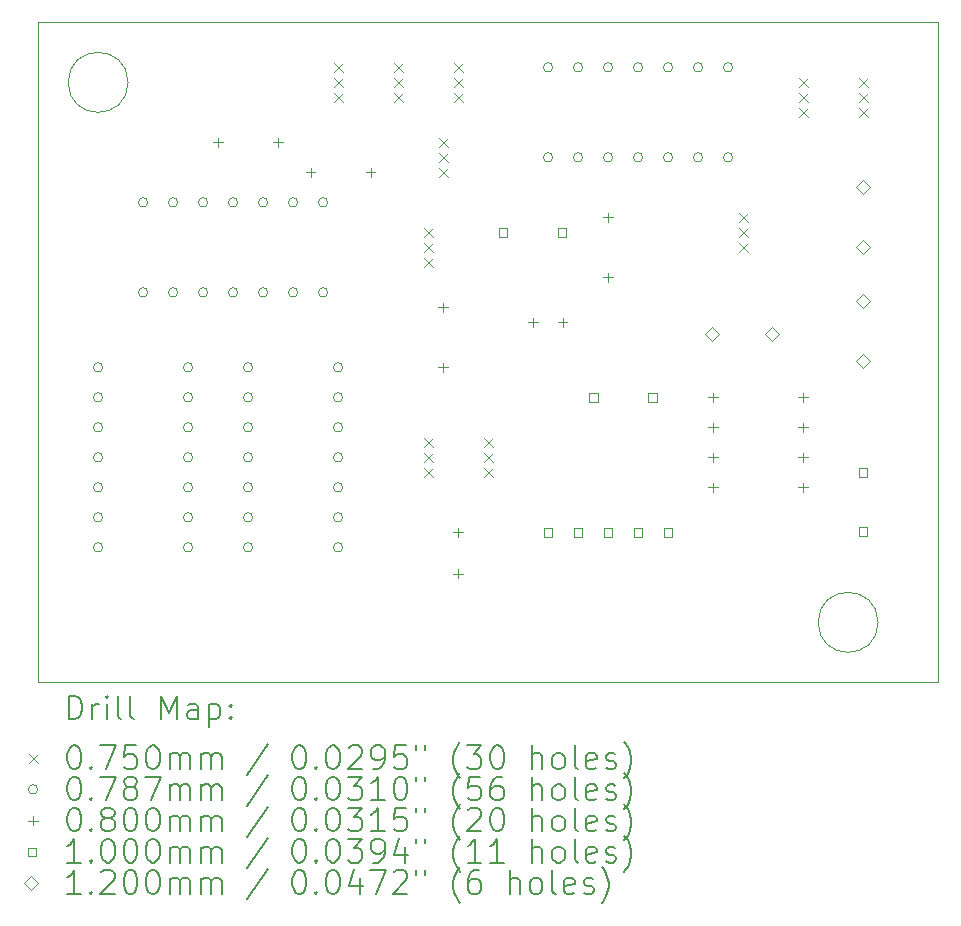
<source format=gbr>
%TF.GenerationSoftware,KiCad,Pcbnew,8.0.6*%
%TF.CreationDate,2024-12-10T23:45:21+05:30*%
%TF.ProjectId,PLL_type_2,504c4c5f-7479-4706-955f-322e6b696361,rev?*%
%TF.SameCoordinates,Original*%
%TF.FileFunction,Drillmap*%
%TF.FilePolarity,Positive*%
%FSLAX45Y45*%
G04 Gerber Fmt 4.5, Leading zero omitted, Abs format (unit mm)*
G04 Created by KiCad (PCBNEW 8.0.6) date 2024-12-10 23:45:21*
%MOMM*%
%LPD*%
G01*
G04 APERTURE LIST*
%ADD10C,0.050000*%
%ADD11C,0.200000*%
%ADD12C,0.100000*%
%ADD13C,0.120000*%
G04 APERTURE END LIST*
D10*
X17272000Y-11430000D02*
G75*
G02*
X16764000Y-11430000I-254000J0D01*
G01*
X16764000Y-11430000D02*
G75*
G02*
X17272000Y-11430000I254000J0D01*
G01*
X10922000Y-6858000D02*
G75*
G02*
X10414000Y-6858000I-254000J0D01*
G01*
X10414000Y-6858000D02*
G75*
G02*
X10922000Y-6858000I254000J0D01*
G01*
X17780000Y-6350000D02*
X17780000Y-11938000D01*
X17780000Y-11938000D02*
X10160000Y-11938000D01*
X10160000Y-6350000D02*
X10414000Y-6350000D01*
X10160000Y-11938000D02*
X10160000Y-6350000D01*
X10414000Y-6350000D02*
X17780000Y-6350000D01*
D11*
D12*
X12662500Y-6693500D02*
X12737500Y-6768500D01*
X12737500Y-6693500D02*
X12662500Y-6768500D01*
X12662500Y-6820500D02*
X12737500Y-6895500D01*
X12737500Y-6820500D02*
X12662500Y-6895500D01*
X12662500Y-6947500D02*
X12737500Y-7022500D01*
X12737500Y-6947500D02*
X12662500Y-7022500D01*
X13170500Y-6693500D02*
X13245500Y-6768500D01*
X13245500Y-6693500D02*
X13170500Y-6768500D01*
X13170500Y-6820500D02*
X13245500Y-6895500D01*
X13245500Y-6820500D02*
X13170500Y-6895500D01*
X13170500Y-6947500D02*
X13245500Y-7022500D01*
X13245500Y-6947500D02*
X13170500Y-7022500D01*
X13424500Y-8090500D02*
X13499500Y-8165500D01*
X13499500Y-8090500D02*
X13424500Y-8165500D01*
X13424500Y-8217500D02*
X13499500Y-8292500D01*
X13499500Y-8217500D02*
X13424500Y-8292500D01*
X13424500Y-8344500D02*
X13499500Y-8419500D01*
X13499500Y-8344500D02*
X13424500Y-8419500D01*
X13424500Y-9868500D02*
X13499500Y-9943500D01*
X13499500Y-9868500D02*
X13424500Y-9943500D01*
X13424500Y-9995500D02*
X13499500Y-10070500D01*
X13499500Y-9995500D02*
X13424500Y-10070500D01*
X13424500Y-10122500D02*
X13499500Y-10197500D01*
X13499500Y-10122500D02*
X13424500Y-10197500D01*
X13551500Y-7328500D02*
X13626500Y-7403500D01*
X13626500Y-7328500D02*
X13551500Y-7403500D01*
X13551500Y-7455500D02*
X13626500Y-7530500D01*
X13626500Y-7455500D02*
X13551500Y-7530500D01*
X13551500Y-7582500D02*
X13626500Y-7657500D01*
X13626500Y-7582500D02*
X13551500Y-7657500D01*
X13678500Y-6693500D02*
X13753500Y-6768500D01*
X13753500Y-6693500D02*
X13678500Y-6768500D01*
X13678500Y-6820500D02*
X13753500Y-6895500D01*
X13753500Y-6820500D02*
X13678500Y-6895500D01*
X13678500Y-6947500D02*
X13753500Y-7022500D01*
X13753500Y-6947500D02*
X13678500Y-7022500D01*
X13932500Y-9868500D02*
X14007500Y-9943500D01*
X14007500Y-9868500D02*
X13932500Y-9943500D01*
X13932500Y-9995500D02*
X14007500Y-10070500D01*
X14007500Y-9995500D02*
X13932500Y-10070500D01*
X13932500Y-10122500D02*
X14007500Y-10197500D01*
X14007500Y-10122500D02*
X13932500Y-10197500D01*
X16091500Y-7963500D02*
X16166500Y-8038500D01*
X16166500Y-7963500D02*
X16091500Y-8038500D01*
X16091500Y-8090500D02*
X16166500Y-8165500D01*
X16166500Y-8090500D02*
X16091500Y-8165500D01*
X16091500Y-8217500D02*
X16166500Y-8292500D01*
X16166500Y-8217500D02*
X16091500Y-8292500D01*
X16599500Y-6820500D02*
X16674500Y-6895500D01*
X16674500Y-6820500D02*
X16599500Y-6895500D01*
X16599500Y-6947500D02*
X16674500Y-7022500D01*
X16674500Y-6947500D02*
X16599500Y-7022500D01*
X16599500Y-7074500D02*
X16674500Y-7149500D01*
X16674500Y-7074500D02*
X16599500Y-7149500D01*
X17107500Y-6820500D02*
X17182500Y-6895500D01*
X17182500Y-6820500D02*
X17107500Y-6895500D01*
X17107500Y-6947500D02*
X17182500Y-7022500D01*
X17182500Y-6947500D02*
X17107500Y-7022500D01*
X17107500Y-7074500D02*
X17182500Y-7149500D01*
X17182500Y-7074500D02*
X17107500Y-7149500D01*
X10707370Y-9271000D02*
G75*
G02*
X10628630Y-9271000I-39370J0D01*
G01*
X10628630Y-9271000D02*
G75*
G02*
X10707370Y-9271000I39370J0D01*
G01*
X10707370Y-9525000D02*
G75*
G02*
X10628630Y-9525000I-39370J0D01*
G01*
X10628630Y-9525000D02*
G75*
G02*
X10707370Y-9525000I39370J0D01*
G01*
X10707370Y-9779000D02*
G75*
G02*
X10628630Y-9779000I-39370J0D01*
G01*
X10628630Y-9779000D02*
G75*
G02*
X10707370Y-9779000I39370J0D01*
G01*
X10707370Y-10033000D02*
G75*
G02*
X10628630Y-10033000I-39370J0D01*
G01*
X10628630Y-10033000D02*
G75*
G02*
X10707370Y-10033000I39370J0D01*
G01*
X10707370Y-10287000D02*
G75*
G02*
X10628630Y-10287000I-39370J0D01*
G01*
X10628630Y-10287000D02*
G75*
G02*
X10707370Y-10287000I39370J0D01*
G01*
X10707370Y-10541000D02*
G75*
G02*
X10628630Y-10541000I-39370J0D01*
G01*
X10628630Y-10541000D02*
G75*
G02*
X10707370Y-10541000I39370J0D01*
G01*
X10707370Y-10795000D02*
G75*
G02*
X10628630Y-10795000I-39370J0D01*
G01*
X10628630Y-10795000D02*
G75*
G02*
X10707370Y-10795000I39370J0D01*
G01*
X11088370Y-7874000D02*
G75*
G02*
X11009630Y-7874000I-39370J0D01*
G01*
X11009630Y-7874000D02*
G75*
G02*
X11088370Y-7874000I39370J0D01*
G01*
X11088370Y-8636000D02*
G75*
G02*
X11009630Y-8636000I-39370J0D01*
G01*
X11009630Y-8636000D02*
G75*
G02*
X11088370Y-8636000I39370J0D01*
G01*
X11342370Y-7874000D02*
G75*
G02*
X11263630Y-7874000I-39370J0D01*
G01*
X11263630Y-7874000D02*
G75*
G02*
X11342370Y-7874000I39370J0D01*
G01*
X11342370Y-8636000D02*
G75*
G02*
X11263630Y-8636000I-39370J0D01*
G01*
X11263630Y-8636000D02*
G75*
G02*
X11342370Y-8636000I39370J0D01*
G01*
X11469370Y-9271000D02*
G75*
G02*
X11390630Y-9271000I-39370J0D01*
G01*
X11390630Y-9271000D02*
G75*
G02*
X11469370Y-9271000I39370J0D01*
G01*
X11469370Y-9525000D02*
G75*
G02*
X11390630Y-9525000I-39370J0D01*
G01*
X11390630Y-9525000D02*
G75*
G02*
X11469370Y-9525000I39370J0D01*
G01*
X11469370Y-9779000D02*
G75*
G02*
X11390630Y-9779000I-39370J0D01*
G01*
X11390630Y-9779000D02*
G75*
G02*
X11469370Y-9779000I39370J0D01*
G01*
X11469370Y-10033000D02*
G75*
G02*
X11390630Y-10033000I-39370J0D01*
G01*
X11390630Y-10033000D02*
G75*
G02*
X11469370Y-10033000I39370J0D01*
G01*
X11469370Y-10287000D02*
G75*
G02*
X11390630Y-10287000I-39370J0D01*
G01*
X11390630Y-10287000D02*
G75*
G02*
X11469370Y-10287000I39370J0D01*
G01*
X11469370Y-10541000D02*
G75*
G02*
X11390630Y-10541000I-39370J0D01*
G01*
X11390630Y-10541000D02*
G75*
G02*
X11469370Y-10541000I39370J0D01*
G01*
X11469370Y-10795000D02*
G75*
G02*
X11390630Y-10795000I-39370J0D01*
G01*
X11390630Y-10795000D02*
G75*
G02*
X11469370Y-10795000I39370J0D01*
G01*
X11596370Y-7874000D02*
G75*
G02*
X11517630Y-7874000I-39370J0D01*
G01*
X11517630Y-7874000D02*
G75*
G02*
X11596370Y-7874000I39370J0D01*
G01*
X11596370Y-8636000D02*
G75*
G02*
X11517630Y-8636000I-39370J0D01*
G01*
X11517630Y-8636000D02*
G75*
G02*
X11596370Y-8636000I39370J0D01*
G01*
X11850370Y-7874000D02*
G75*
G02*
X11771630Y-7874000I-39370J0D01*
G01*
X11771630Y-7874000D02*
G75*
G02*
X11850370Y-7874000I39370J0D01*
G01*
X11850370Y-8636000D02*
G75*
G02*
X11771630Y-8636000I-39370J0D01*
G01*
X11771630Y-8636000D02*
G75*
G02*
X11850370Y-8636000I39370J0D01*
G01*
X11977370Y-9271000D02*
G75*
G02*
X11898630Y-9271000I-39370J0D01*
G01*
X11898630Y-9271000D02*
G75*
G02*
X11977370Y-9271000I39370J0D01*
G01*
X11977370Y-9525000D02*
G75*
G02*
X11898630Y-9525000I-39370J0D01*
G01*
X11898630Y-9525000D02*
G75*
G02*
X11977370Y-9525000I39370J0D01*
G01*
X11977370Y-9779000D02*
G75*
G02*
X11898630Y-9779000I-39370J0D01*
G01*
X11898630Y-9779000D02*
G75*
G02*
X11977370Y-9779000I39370J0D01*
G01*
X11977370Y-10033000D02*
G75*
G02*
X11898630Y-10033000I-39370J0D01*
G01*
X11898630Y-10033000D02*
G75*
G02*
X11977370Y-10033000I39370J0D01*
G01*
X11977370Y-10287000D02*
G75*
G02*
X11898630Y-10287000I-39370J0D01*
G01*
X11898630Y-10287000D02*
G75*
G02*
X11977370Y-10287000I39370J0D01*
G01*
X11977370Y-10541000D02*
G75*
G02*
X11898630Y-10541000I-39370J0D01*
G01*
X11898630Y-10541000D02*
G75*
G02*
X11977370Y-10541000I39370J0D01*
G01*
X11977370Y-10795000D02*
G75*
G02*
X11898630Y-10795000I-39370J0D01*
G01*
X11898630Y-10795000D02*
G75*
G02*
X11977370Y-10795000I39370J0D01*
G01*
X12104370Y-7874000D02*
G75*
G02*
X12025630Y-7874000I-39370J0D01*
G01*
X12025630Y-7874000D02*
G75*
G02*
X12104370Y-7874000I39370J0D01*
G01*
X12104370Y-8636000D02*
G75*
G02*
X12025630Y-8636000I-39370J0D01*
G01*
X12025630Y-8636000D02*
G75*
G02*
X12104370Y-8636000I39370J0D01*
G01*
X12358370Y-7874000D02*
G75*
G02*
X12279630Y-7874000I-39370J0D01*
G01*
X12279630Y-7874000D02*
G75*
G02*
X12358370Y-7874000I39370J0D01*
G01*
X12358370Y-8636000D02*
G75*
G02*
X12279630Y-8636000I-39370J0D01*
G01*
X12279630Y-8636000D02*
G75*
G02*
X12358370Y-8636000I39370J0D01*
G01*
X12612370Y-7874000D02*
G75*
G02*
X12533630Y-7874000I-39370J0D01*
G01*
X12533630Y-7874000D02*
G75*
G02*
X12612370Y-7874000I39370J0D01*
G01*
X12612370Y-8636000D02*
G75*
G02*
X12533630Y-8636000I-39370J0D01*
G01*
X12533630Y-8636000D02*
G75*
G02*
X12612370Y-8636000I39370J0D01*
G01*
X12739370Y-9271000D02*
G75*
G02*
X12660630Y-9271000I-39370J0D01*
G01*
X12660630Y-9271000D02*
G75*
G02*
X12739370Y-9271000I39370J0D01*
G01*
X12739370Y-9525000D02*
G75*
G02*
X12660630Y-9525000I-39370J0D01*
G01*
X12660630Y-9525000D02*
G75*
G02*
X12739370Y-9525000I39370J0D01*
G01*
X12739370Y-9779000D02*
G75*
G02*
X12660630Y-9779000I-39370J0D01*
G01*
X12660630Y-9779000D02*
G75*
G02*
X12739370Y-9779000I39370J0D01*
G01*
X12739370Y-10033000D02*
G75*
G02*
X12660630Y-10033000I-39370J0D01*
G01*
X12660630Y-10033000D02*
G75*
G02*
X12739370Y-10033000I39370J0D01*
G01*
X12739370Y-10287000D02*
G75*
G02*
X12660630Y-10287000I-39370J0D01*
G01*
X12660630Y-10287000D02*
G75*
G02*
X12739370Y-10287000I39370J0D01*
G01*
X12739370Y-10541000D02*
G75*
G02*
X12660630Y-10541000I-39370J0D01*
G01*
X12660630Y-10541000D02*
G75*
G02*
X12739370Y-10541000I39370J0D01*
G01*
X12739370Y-10795000D02*
G75*
G02*
X12660630Y-10795000I-39370J0D01*
G01*
X12660630Y-10795000D02*
G75*
G02*
X12739370Y-10795000I39370J0D01*
G01*
X14517370Y-6731000D02*
G75*
G02*
X14438630Y-6731000I-39370J0D01*
G01*
X14438630Y-6731000D02*
G75*
G02*
X14517370Y-6731000I39370J0D01*
G01*
X14517370Y-7493000D02*
G75*
G02*
X14438630Y-7493000I-39370J0D01*
G01*
X14438630Y-7493000D02*
G75*
G02*
X14517370Y-7493000I39370J0D01*
G01*
X14771370Y-6731000D02*
G75*
G02*
X14692630Y-6731000I-39370J0D01*
G01*
X14692630Y-6731000D02*
G75*
G02*
X14771370Y-6731000I39370J0D01*
G01*
X14771370Y-7493000D02*
G75*
G02*
X14692630Y-7493000I-39370J0D01*
G01*
X14692630Y-7493000D02*
G75*
G02*
X14771370Y-7493000I39370J0D01*
G01*
X15025370Y-6731000D02*
G75*
G02*
X14946630Y-6731000I-39370J0D01*
G01*
X14946630Y-6731000D02*
G75*
G02*
X15025370Y-6731000I39370J0D01*
G01*
X15025370Y-7493000D02*
G75*
G02*
X14946630Y-7493000I-39370J0D01*
G01*
X14946630Y-7493000D02*
G75*
G02*
X15025370Y-7493000I39370J0D01*
G01*
X15279370Y-6731000D02*
G75*
G02*
X15200630Y-6731000I-39370J0D01*
G01*
X15200630Y-6731000D02*
G75*
G02*
X15279370Y-6731000I39370J0D01*
G01*
X15279370Y-7493000D02*
G75*
G02*
X15200630Y-7493000I-39370J0D01*
G01*
X15200630Y-7493000D02*
G75*
G02*
X15279370Y-7493000I39370J0D01*
G01*
X15533370Y-6731000D02*
G75*
G02*
X15454630Y-6731000I-39370J0D01*
G01*
X15454630Y-6731000D02*
G75*
G02*
X15533370Y-6731000I39370J0D01*
G01*
X15533370Y-7493000D02*
G75*
G02*
X15454630Y-7493000I-39370J0D01*
G01*
X15454630Y-7493000D02*
G75*
G02*
X15533370Y-7493000I39370J0D01*
G01*
X15787370Y-6731000D02*
G75*
G02*
X15708630Y-6731000I-39370J0D01*
G01*
X15708630Y-6731000D02*
G75*
G02*
X15787370Y-6731000I39370J0D01*
G01*
X15787370Y-7493000D02*
G75*
G02*
X15708630Y-7493000I-39370J0D01*
G01*
X15708630Y-7493000D02*
G75*
G02*
X15787370Y-7493000I39370J0D01*
G01*
X16041370Y-6731000D02*
G75*
G02*
X15962630Y-6731000I-39370J0D01*
G01*
X15962630Y-6731000D02*
G75*
G02*
X16041370Y-6731000I39370J0D01*
G01*
X16041370Y-7493000D02*
G75*
G02*
X15962630Y-7493000I-39370J0D01*
G01*
X15962630Y-7493000D02*
G75*
G02*
X16041370Y-7493000I39370J0D01*
G01*
X11684000Y-7326000D02*
X11684000Y-7406000D01*
X11644000Y-7366000D02*
X11724000Y-7366000D01*
X12192000Y-7326000D02*
X12192000Y-7406000D01*
X12152000Y-7366000D02*
X12232000Y-7366000D01*
X12468500Y-7580000D02*
X12468500Y-7660000D01*
X12428500Y-7620000D02*
X12508500Y-7620000D01*
X12976500Y-7580000D02*
X12976500Y-7660000D01*
X12936500Y-7620000D02*
X13016500Y-7620000D01*
X13589000Y-8723000D02*
X13589000Y-8803000D01*
X13549000Y-8763000D02*
X13629000Y-8763000D01*
X13589000Y-9231000D02*
X13589000Y-9311000D01*
X13549000Y-9271000D02*
X13629000Y-9271000D01*
X13716000Y-10628000D02*
X13716000Y-10708000D01*
X13676000Y-10668000D02*
X13756000Y-10668000D01*
X13716000Y-10978000D02*
X13716000Y-11058000D01*
X13676000Y-11018000D02*
X13756000Y-11018000D01*
X14351000Y-8850000D02*
X14351000Y-8930000D01*
X14311000Y-8890000D02*
X14391000Y-8890000D01*
X14601000Y-8850000D02*
X14601000Y-8930000D01*
X14561000Y-8890000D02*
X14641000Y-8890000D01*
X14986000Y-7961000D02*
X14986000Y-8041000D01*
X14946000Y-8001000D02*
X15026000Y-8001000D01*
X14986000Y-8469000D02*
X14986000Y-8549000D01*
X14946000Y-8509000D02*
X15026000Y-8509000D01*
X15876000Y-9486000D02*
X15876000Y-9566000D01*
X15836000Y-9526000D02*
X15916000Y-9526000D01*
X15876000Y-9740000D02*
X15876000Y-9820000D01*
X15836000Y-9780000D02*
X15916000Y-9780000D01*
X15876000Y-9994000D02*
X15876000Y-10074000D01*
X15836000Y-10034000D02*
X15916000Y-10034000D01*
X15876000Y-10248000D02*
X15876000Y-10328000D01*
X15836000Y-10288000D02*
X15916000Y-10288000D01*
X16638000Y-9486000D02*
X16638000Y-9566000D01*
X16598000Y-9526000D02*
X16678000Y-9526000D01*
X16638000Y-9740000D02*
X16638000Y-9820000D01*
X16598000Y-9780000D02*
X16678000Y-9780000D01*
X16638000Y-9994000D02*
X16638000Y-10074000D01*
X16598000Y-10034000D02*
X16678000Y-10034000D01*
X16638000Y-10248000D02*
X16638000Y-10328000D01*
X16598000Y-10288000D02*
X16678000Y-10288000D01*
X14132356Y-8163356D02*
X14132356Y-8092644D01*
X14061644Y-8092644D01*
X14061644Y-8163356D01*
X14132356Y-8163356D01*
X14513356Y-10703356D02*
X14513356Y-10632644D01*
X14442644Y-10632644D01*
X14442644Y-10703356D01*
X14513356Y-10703356D01*
X14632356Y-8163356D02*
X14632356Y-8092644D01*
X14561644Y-8092644D01*
X14561644Y-8163356D01*
X14632356Y-8163356D01*
X14767356Y-10703356D02*
X14767356Y-10632644D01*
X14696644Y-10632644D01*
X14696644Y-10703356D01*
X14767356Y-10703356D01*
X14898356Y-9560356D02*
X14898356Y-9489644D01*
X14827644Y-9489644D01*
X14827644Y-9560356D01*
X14898356Y-9560356D01*
X15021356Y-10703356D02*
X15021356Y-10632644D01*
X14950644Y-10632644D01*
X14950644Y-10703356D01*
X15021356Y-10703356D01*
X15275356Y-10703356D02*
X15275356Y-10632644D01*
X15204644Y-10632644D01*
X15204644Y-10703356D01*
X15275356Y-10703356D01*
X15398356Y-9560356D02*
X15398356Y-9489644D01*
X15327644Y-9489644D01*
X15327644Y-9560356D01*
X15398356Y-9560356D01*
X15529356Y-10703356D02*
X15529356Y-10632644D01*
X15458644Y-10632644D01*
X15458644Y-10703356D01*
X15529356Y-10703356D01*
X17180356Y-10195356D02*
X17180356Y-10124644D01*
X17109644Y-10124644D01*
X17109644Y-10195356D01*
X17180356Y-10195356D01*
X17180356Y-10695356D02*
X17180356Y-10624644D01*
X17109644Y-10624644D01*
X17109644Y-10695356D01*
X17180356Y-10695356D01*
D13*
X15867550Y-9049230D02*
X15927550Y-8989230D01*
X15867550Y-8929230D01*
X15807550Y-8989230D01*
X15867550Y-9049230D01*
X16375550Y-9049230D02*
X16435550Y-8989230D01*
X16375550Y-8929230D01*
X16315550Y-8989230D01*
X16375550Y-9049230D01*
X17145000Y-7807000D02*
X17205000Y-7747000D01*
X17145000Y-7687000D01*
X17085000Y-7747000D01*
X17145000Y-7807000D01*
X17145000Y-8315000D02*
X17205000Y-8255000D01*
X17145000Y-8195000D01*
X17085000Y-8255000D01*
X17145000Y-8315000D01*
X17145000Y-8770500D02*
X17205000Y-8710500D01*
X17145000Y-8650500D01*
X17085000Y-8710500D01*
X17145000Y-8770500D01*
X17145000Y-9278500D02*
X17205000Y-9218500D01*
X17145000Y-9158500D01*
X17085000Y-9218500D01*
X17145000Y-9278500D01*
D11*
X10418277Y-12251984D02*
X10418277Y-12051984D01*
X10418277Y-12051984D02*
X10465896Y-12051984D01*
X10465896Y-12051984D02*
X10494467Y-12061508D01*
X10494467Y-12061508D02*
X10513515Y-12080555D01*
X10513515Y-12080555D02*
X10523039Y-12099603D01*
X10523039Y-12099603D02*
X10532563Y-12137698D01*
X10532563Y-12137698D02*
X10532563Y-12166269D01*
X10532563Y-12166269D02*
X10523039Y-12204365D01*
X10523039Y-12204365D02*
X10513515Y-12223412D01*
X10513515Y-12223412D02*
X10494467Y-12242460D01*
X10494467Y-12242460D02*
X10465896Y-12251984D01*
X10465896Y-12251984D02*
X10418277Y-12251984D01*
X10618277Y-12251984D02*
X10618277Y-12118650D01*
X10618277Y-12156746D02*
X10627801Y-12137698D01*
X10627801Y-12137698D02*
X10637324Y-12128174D01*
X10637324Y-12128174D02*
X10656372Y-12118650D01*
X10656372Y-12118650D02*
X10675420Y-12118650D01*
X10742086Y-12251984D02*
X10742086Y-12118650D01*
X10742086Y-12051984D02*
X10732563Y-12061508D01*
X10732563Y-12061508D02*
X10742086Y-12071031D01*
X10742086Y-12071031D02*
X10751610Y-12061508D01*
X10751610Y-12061508D02*
X10742086Y-12051984D01*
X10742086Y-12051984D02*
X10742086Y-12071031D01*
X10865896Y-12251984D02*
X10846848Y-12242460D01*
X10846848Y-12242460D02*
X10837324Y-12223412D01*
X10837324Y-12223412D02*
X10837324Y-12051984D01*
X10970658Y-12251984D02*
X10951610Y-12242460D01*
X10951610Y-12242460D02*
X10942086Y-12223412D01*
X10942086Y-12223412D02*
X10942086Y-12051984D01*
X11199229Y-12251984D02*
X11199229Y-12051984D01*
X11199229Y-12051984D02*
X11265896Y-12194841D01*
X11265896Y-12194841D02*
X11332562Y-12051984D01*
X11332562Y-12051984D02*
X11332562Y-12251984D01*
X11513515Y-12251984D02*
X11513515Y-12147222D01*
X11513515Y-12147222D02*
X11503991Y-12128174D01*
X11503991Y-12128174D02*
X11484943Y-12118650D01*
X11484943Y-12118650D02*
X11446848Y-12118650D01*
X11446848Y-12118650D02*
X11427801Y-12128174D01*
X11513515Y-12242460D02*
X11494467Y-12251984D01*
X11494467Y-12251984D02*
X11446848Y-12251984D01*
X11446848Y-12251984D02*
X11427801Y-12242460D01*
X11427801Y-12242460D02*
X11418277Y-12223412D01*
X11418277Y-12223412D02*
X11418277Y-12204365D01*
X11418277Y-12204365D02*
X11427801Y-12185317D01*
X11427801Y-12185317D02*
X11446848Y-12175793D01*
X11446848Y-12175793D02*
X11494467Y-12175793D01*
X11494467Y-12175793D02*
X11513515Y-12166269D01*
X11608753Y-12118650D02*
X11608753Y-12318650D01*
X11608753Y-12128174D02*
X11627801Y-12118650D01*
X11627801Y-12118650D02*
X11665896Y-12118650D01*
X11665896Y-12118650D02*
X11684943Y-12128174D01*
X11684943Y-12128174D02*
X11694467Y-12137698D01*
X11694467Y-12137698D02*
X11703991Y-12156746D01*
X11703991Y-12156746D02*
X11703991Y-12213888D01*
X11703991Y-12213888D02*
X11694467Y-12232936D01*
X11694467Y-12232936D02*
X11684943Y-12242460D01*
X11684943Y-12242460D02*
X11665896Y-12251984D01*
X11665896Y-12251984D02*
X11627801Y-12251984D01*
X11627801Y-12251984D02*
X11608753Y-12242460D01*
X11789705Y-12232936D02*
X11799229Y-12242460D01*
X11799229Y-12242460D02*
X11789705Y-12251984D01*
X11789705Y-12251984D02*
X11780182Y-12242460D01*
X11780182Y-12242460D02*
X11789705Y-12232936D01*
X11789705Y-12232936D02*
X11789705Y-12251984D01*
X11789705Y-12128174D02*
X11799229Y-12137698D01*
X11799229Y-12137698D02*
X11789705Y-12147222D01*
X11789705Y-12147222D02*
X11780182Y-12137698D01*
X11780182Y-12137698D02*
X11789705Y-12128174D01*
X11789705Y-12128174D02*
X11789705Y-12147222D01*
D12*
X10082500Y-12543000D02*
X10157500Y-12618000D01*
X10157500Y-12543000D02*
X10082500Y-12618000D01*
D11*
X10456372Y-12471984D02*
X10475420Y-12471984D01*
X10475420Y-12471984D02*
X10494467Y-12481508D01*
X10494467Y-12481508D02*
X10503991Y-12491031D01*
X10503991Y-12491031D02*
X10513515Y-12510079D01*
X10513515Y-12510079D02*
X10523039Y-12548174D01*
X10523039Y-12548174D02*
X10523039Y-12595793D01*
X10523039Y-12595793D02*
X10513515Y-12633888D01*
X10513515Y-12633888D02*
X10503991Y-12652936D01*
X10503991Y-12652936D02*
X10494467Y-12662460D01*
X10494467Y-12662460D02*
X10475420Y-12671984D01*
X10475420Y-12671984D02*
X10456372Y-12671984D01*
X10456372Y-12671984D02*
X10437324Y-12662460D01*
X10437324Y-12662460D02*
X10427801Y-12652936D01*
X10427801Y-12652936D02*
X10418277Y-12633888D01*
X10418277Y-12633888D02*
X10408753Y-12595793D01*
X10408753Y-12595793D02*
X10408753Y-12548174D01*
X10408753Y-12548174D02*
X10418277Y-12510079D01*
X10418277Y-12510079D02*
X10427801Y-12491031D01*
X10427801Y-12491031D02*
X10437324Y-12481508D01*
X10437324Y-12481508D02*
X10456372Y-12471984D01*
X10608753Y-12652936D02*
X10618277Y-12662460D01*
X10618277Y-12662460D02*
X10608753Y-12671984D01*
X10608753Y-12671984D02*
X10599229Y-12662460D01*
X10599229Y-12662460D02*
X10608753Y-12652936D01*
X10608753Y-12652936D02*
X10608753Y-12671984D01*
X10684944Y-12471984D02*
X10818277Y-12471984D01*
X10818277Y-12471984D02*
X10732563Y-12671984D01*
X10989705Y-12471984D02*
X10894467Y-12471984D01*
X10894467Y-12471984D02*
X10884944Y-12567222D01*
X10884944Y-12567222D02*
X10894467Y-12557698D01*
X10894467Y-12557698D02*
X10913515Y-12548174D01*
X10913515Y-12548174D02*
X10961134Y-12548174D01*
X10961134Y-12548174D02*
X10980182Y-12557698D01*
X10980182Y-12557698D02*
X10989705Y-12567222D01*
X10989705Y-12567222D02*
X10999229Y-12586269D01*
X10999229Y-12586269D02*
X10999229Y-12633888D01*
X10999229Y-12633888D02*
X10989705Y-12652936D01*
X10989705Y-12652936D02*
X10980182Y-12662460D01*
X10980182Y-12662460D02*
X10961134Y-12671984D01*
X10961134Y-12671984D02*
X10913515Y-12671984D01*
X10913515Y-12671984D02*
X10894467Y-12662460D01*
X10894467Y-12662460D02*
X10884944Y-12652936D01*
X11123039Y-12471984D02*
X11142086Y-12471984D01*
X11142086Y-12471984D02*
X11161134Y-12481508D01*
X11161134Y-12481508D02*
X11170658Y-12491031D01*
X11170658Y-12491031D02*
X11180182Y-12510079D01*
X11180182Y-12510079D02*
X11189705Y-12548174D01*
X11189705Y-12548174D02*
X11189705Y-12595793D01*
X11189705Y-12595793D02*
X11180182Y-12633888D01*
X11180182Y-12633888D02*
X11170658Y-12652936D01*
X11170658Y-12652936D02*
X11161134Y-12662460D01*
X11161134Y-12662460D02*
X11142086Y-12671984D01*
X11142086Y-12671984D02*
X11123039Y-12671984D01*
X11123039Y-12671984D02*
X11103991Y-12662460D01*
X11103991Y-12662460D02*
X11094467Y-12652936D01*
X11094467Y-12652936D02*
X11084944Y-12633888D01*
X11084944Y-12633888D02*
X11075420Y-12595793D01*
X11075420Y-12595793D02*
X11075420Y-12548174D01*
X11075420Y-12548174D02*
X11084944Y-12510079D01*
X11084944Y-12510079D02*
X11094467Y-12491031D01*
X11094467Y-12491031D02*
X11103991Y-12481508D01*
X11103991Y-12481508D02*
X11123039Y-12471984D01*
X11275420Y-12671984D02*
X11275420Y-12538650D01*
X11275420Y-12557698D02*
X11284943Y-12548174D01*
X11284943Y-12548174D02*
X11303991Y-12538650D01*
X11303991Y-12538650D02*
X11332563Y-12538650D01*
X11332563Y-12538650D02*
X11351610Y-12548174D01*
X11351610Y-12548174D02*
X11361134Y-12567222D01*
X11361134Y-12567222D02*
X11361134Y-12671984D01*
X11361134Y-12567222D02*
X11370658Y-12548174D01*
X11370658Y-12548174D02*
X11389705Y-12538650D01*
X11389705Y-12538650D02*
X11418277Y-12538650D01*
X11418277Y-12538650D02*
X11437324Y-12548174D01*
X11437324Y-12548174D02*
X11446848Y-12567222D01*
X11446848Y-12567222D02*
X11446848Y-12671984D01*
X11542086Y-12671984D02*
X11542086Y-12538650D01*
X11542086Y-12557698D02*
X11551610Y-12548174D01*
X11551610Y-12548174D02*
X11570658Y-12538650D01*
X11570658Y-12538650D02*
X11599229Y-12538650D01*
X11599229Y-12538650D02*
X11618277Y-12548174D01*
X11618277Y-12548174D02*
X11627801Y-12567222D01*
X11627801Y-12567222D02*
X11627801Y-12671984D01*
X11627801Y-12567222D02*
X11637324Y-12548174D01*
X11637324Y-12548174D02*
X11656372Y-12538650D01*
X11656372Y-12538650D02*
X11684943Y-12538650D01*
X11684943Y-12538650D02*
X11703991Y-12548174D01*
X11703991Y-12548174D02*
X11713515Y-12567222D01*
X11713515Y-12567222D02*
X11713515Y-12671984D01*
X12103991Y-12462460D02*
X11932563Y-12719603D01*
X12361134Y-12471984D02*
X12380182Y-12471984D01*
X12380182Y-12471984D02*
X12399229Y-12481508D01*
X12399229Y-12481508D02*
X12408753Y-12491031D01*
X12408753Y-12491031D02*
X12418277Y-12510079D01*
X12418277Y-12510079D02*
X12427801Y-12548174D01*
X12427801Y-12548174D02*
X12427801Y-12595793D01*
X12427801Y-12595793D02*
X12418277Y-12633888D01*
X12418277Y-12633888D02*
X12408753Y-12652936D01*
X12408753Y-12652936D02*
X12399229Y-12662460D01*
X12399229Y-12662460D02*
X12380182Y-12671984D01*
X12380182Y-12671984D02*
X12361134Y-12671984D01*
X12361134Y-12671984D02*
X12342086Y-12662460D01*
X12342086Y-12662460D02*
X12332563Y-12652936D01*
X12332563Y-12652936D02*
X12323039Y-12633888D01*
X12323039Y-12633888D02*
X12313515Y-12595793D01*
X12313515Y-12595793D02*
X12313515Y-12548174D01*
X12313515Y-12548174D02*
X12323039Y-12510079D01*
X12323039Y-12510079D02*
X12332563Y-12491031D01*
X12332563Y-12491031D02*
X12342086Y-12481508D01*
X12342086Y-12481508D02*
X12361134Y-12471984D01*
X12513515Y-12652936D02*
X12523039Y-12662460D01*
X12523039Y-12662460D02*
X12513515Y-12671984D01*
X12513515Y-12671984D02*
X12503991Y-12662460D01*
X12503991Y-12662460D02*
X12513515Y-12652936D01*
X12513515Y-12652936D02*
X12513515Y-12671984D01*
X12646848Y-12471984D02*
X12665896Y-12471984D01*
X12665896Y-12471984D02*
X12684944Y-12481508D01*
X12684944Y-12481508D02*
X12694467Y-12491031D01*
X12694467Y-12491031D02*
X12703991Y-12510079D01*
X12703991Y-12510079D02*
X12713515Y-12548174D01*
X12713515Y-12548174D02*
X12713515Y-12595793D01*
X12713515Y-12595793D02*
X12703991Y-12633888D01*
X12703991Y-12633888D02*
X12694467Y-12652936D01*
X12694467Y-12652936D02*
X12684944Y-12662460D01*
X12684944Y-12662460D02*
X12665896Y-12671984D01*
X12665896Y-12671984D02*
X12646848Y-12671984D01*
X12646848Y-12671984D02*
X12627801Y-12662460D01*
X12627801Y-12662460D02*
X12618277Y-12652936D01*
X12618277Y-12652936D02*
X12608753Y-12633888D01*
X12608753Y-12633888D02*
X12599229Y-12595793D01*
X12599229Y-12595793D02*
X12599229Y-12548174D01*
X12599229Y-12548174D02*
X12608753Y-12510079D01*
X12608753Y-12510079D02*
X12618277Y-12491031D01*
X12618277Y-12491031D02*
X12627801Y-12481508D01*
X12627801Y-12481508D02*
X12646848Y-12471984D01*
X12789706Y-12491031D02*
X12799229Y-12481508D01*
X12799229Y-12481508D02*
X12818277Y-12471984D01*
X12818277Y-12471984D02*
X12865896Y-12471984D01*
X12865896Y-12471984D02*
X12884944Y-12481508D01*
X12884944Y-12481508D02*
X12894467Y-12491031D01*
X12894467Y-12491031D02*
X12903991Y-12510079D01*
X12903991Y-12510079D02*
X12903991Y-12529127D01*
X12903991Y-12529127D02*
X12894467Y-12557698D01*
X12894467Y-12557698D02*
X12780182Y-12671984D01*
X12780182Y-12671984D02*
X12903991Y-12671984D01*
X12999229Y-12671984D02*
X13037325Y-12671984D01*
X13037325Y-12671984D02*
X13056372Y-12662460D01*
X13056372Y-12662460D02*
X13065896Y-12652936D01*
X13065896Y-12652936D02*
X13084944Y-12624365D01*
X13084944Y-12624365D02*
X13094467Y-12586269D01*
X13094467Y-12586269D02*
X13094467Y-12510079D01*
X13094467Y-12510079D02*
X13084944Y-12491031D01*
X13084944Y-12491031D02*
X13075420Y-12481508D01*
X13075420Y-12481508D02*
X13056372Y-12471984D01*
X13056372Y-12471984D02*
X13018277Y-12471984D01*
X13018277Y-12471984D02*
X12999229Y-12481508D01*
X12999229Y-12481508D02*
X12989706Y-12491031D01*
X12989706Y-12491031D02*
X12980182Y-12510079D01*
X12980182Y-12510079D02*
X12980182Y-12557698D01*
X12980182Y-12557698D02*
X12989706Y-12576746D01*
X12989706Y-12576746D02*
X12999229Y-12586269D01*
X12999229Y-12586269D02*
X13018277Y-12595793D01*
X13018277Y-12595793D02*
X13056372Y-12595793D01*
X13056372Y-12595793D02*
X13075420Y-12586269D01*
X13075420Y-12586269D02*
X13084944Y-12576746D01*
X13084944Y-12576746D02*
X13094467Y-12557698D01*
X13275420Y-12471984D02*
X13180182Y-12471984D01*
X13180182Y-12471984D02*
X13170658Y-12567222D01*
X13170658Y-12567222D02*
X13180182Y-12557698D01*
X13180182Y-12557698D02*
X13199229Y-12548174D01*
X13199229Y-12548174D02*
X13246848Y-12548174D01*
X13246848Y-12548174D02*
X13265896Y-12557698D01*
X13265896Y-12557698D02*
X13275420Y-12567222D01*
X13275420Y-12567222D02*
X13284944Y-12586269D01*
X13284944Y-12586269D02*
X13284944Y-12633888D01*
X13284944Y-12633888D02*
X13275420Y-12652936D01*
X13275420Y-12652936D02*
X13265896Y-12662460D01*
X13265896Y-12662460D02*
X13246848Y-12671984D01*
X13246848Y-12671984D02*
X13199229Y-12671984D01*
X13199229Y-12671984D02*
X13180182Y-12662460D01*
X13180182Y-12662460D02*
X13170658Y-12652936D01*
X13361134Y-12471984D02*
X13361134Y-12510079D01*
X13437325Y-12471984D02*
X13437325Y-12510079D01*
X13732563Y-12748174D02*
X13723039Y-12738650D01*
X13723039Y-12738650D02*
X13703991Y-12710079D01*
X13703991Y-12710079D02*
X13694468Y-12691031D01*
X13694468Y-12691031D02*
X13684944Y-12662460D01*
X13684944Y-12662460D02*
X13675420Y-12614841D01*
X13675420Y-12614841D02*
X13675420Y-12576746D01*
X13675420Y-12576746D02*
X13684944Y-12529127D01*
X13684944Y-12529127D02*
X13694468Y-12500555D01*
X13694468Y-12500555D02*
X13703991Y-12481508D01*
X13703991Y-12481508D02*
X13723039Y-12452936D01*
X13723039Y-12452936D02*
X13732563Y-12443412D01*
X13789706Y-12471984D02*
X13913515Y-12471984D01*
X13913515Y-12471984D02*
X13846848Y-12548174D01*
X13846848Y-12548174D02*
X13875420Y-12548174D01*
X13875420Y-12548174D02*
X13894468Y-12557698D01*
X13894468Y-12557698D02*
X13903991Y-12567222D01*
X13903991Y-12567222D02*
X13913515Y-12586269D01*
X13913515Y-12586269D02*
X13913515Y-12633888D01*
X13913515Y-12633888D02*
X13903991Y-12652936D01*
X13903991Y-12652936D02*
X13894468Y-12662460D01*
X13894468Y-12662460D02*
X13875420Y-12671984D01*
X13875420Y-12671984D02*
X13818277Y-12671984D01*
X13818277Y-12671984D02*
X13799229Y-12662460D01*
X13799229Y-12662460D02*
X13789706Y-12652936D01*
X14037325Y-12471984D02*
X14056372Y-12471984D01*
X14056372Y-12471984D02*
X14075420Y-12481508D01*
X14075420Y-12481508D02*
X14084944Y-12491031D01*
X14084944Y-12491031D02*
X14094468Y-12510079D01*
X14094468Y-12510079D02*
X14103991Y-12548174D01*
X14103991Y-12548174D02*
X14103991Y-12595793D01*
X14103991Y-12595793D02*
X14094468Y-12633888D01*
X14094468Y-12633888D02*
X14084944Y-12652936D01*
X14084944Y-12652936D02*
X14075420Y-12662460D01*
X14075420Y-12662460D02*
X14056372Y-12671984D01*
X14056372Y-12671984D02*
X14037325Y-12671984D01*
X14037325Y-12671984D02*
X14018277Y-12662460D01*
X14018277Y-12662460D02*
X14008753Y-12652936D01*
X14008753Y-12652936D02*
X13999229Y-12633888D01*
X13999229Y-12633888D02*
X13989706Y-12595793D01*
X13989706Y-12595793D02*
X13989706Y-12548174D01*
X13989706Y-12548174D02*
X13999229Y-12510079D01*
X13999229Y-12510079D02*
X14008753Y-12491031D01*
X14008753Y-12491031D02*
X14018277Y-12481508D01*
X14018277Y-12481508D02*
X14037325Y-12471984D01*
X14342087Y-12671984D02*
X14342087Y-12471984D01*
X14427801Y-12671984D02*
X14427801Y-12567222D01*
X14427801Y-12567222D02*
X14418277Y-12548174D01*
X14418277Y-12548174D02*
X14399230Y-12538650D01*
X14399230Y-12538650D02*
X14370658Y-12538650D01*
X14370658Y-12538650D02*
X14351610Y-12548174D01*
X14351610Y-12548174D02*
X14342087Y-12557698D01*
X14551610Y-12671984D02*
X14532563Y-12662460D01*
X14532563Y-12662460D02*
X14523039Y-12652936D01*
X14523039Y-12652936D02*
X14513515Y-12633888D01*
X14513515Y-12633888D02*
X14513515Y-12576746D01*
X14513515Y-12576746D02*
X14523039Y-12557698D01*
X14523039Y-12557698D02*
X14532563Y-12548174D01*
X14532563Y-12548174D02*
X14551610Y-12538650D01*
X14551610Y-12538650D02*
X14580182Y-12538650D01*
X14580182Y-12538650D02*
X14599230Y-12548174D01*
X14599230Y-12548174D02*
X14608753Y-12557698D01*
X14608753Y-12557698D02*
X14618277Y-12576746D01*
X14618277Y-12576746D02*
X14618277Y-12633888D01*
X14618277Y-12633888D02*
X14608753Y-12652936D01*
X14608753Y-12652936D02*
X14599230Y-12662460D01*
X14599230Y-12662460D02*
X14580182Y-12671984D01*
X14580182Y-12671984D02*
X14551610Y-12671984D01*
X14732563Y-12671984D02*
X14713515Y-12662460D01*
X14713515Y-12662460D02*
X14703991Y-12643412D01*
X14703991Y-12643412D02*
X14703991Y-12471984D01*
X14884944Y-12662460D02*
X14865896Y-12671984D01*
X14865896Y-12671984D02*
X14827801Y-12671984D01*
X14827801Y-12671984D02*
X14808753Y-12662460D01*
X14808753Y-12662460D02*
X14799230Y-12643412D01*
X14799230Y-12643412D02*
X14799230Y-12567222D01*
X14799230Y-12567222D02*
X14808753Y-12548174D01*
X14808753Y-12548174D02*
X14827801Y-12538650D01*
X14827801Y-12538650D02*
X14865896Y-12538650D01*
X14865896Y-12538650D02*
X14884944Y-12548174D01*
X14884944Y-12548174D02*
X14894468Y-12567222D01*
X14894468Y-12567222D02*
X14894468Y-12586269D01*
X14894468Y-12586269D02*
X14799230Y-12605317D01*
X14970658Y-12662460D02*
X14989706Y-12671984D01*
X14989706Y-12671984D02*
X15027801Y-12671984D01*
X15027801Y-12671984D02*
X15046849Y-12662460D01*
X15046849Y-12662460D02*
X15056372Y-12643412D01*
X15056372Y-12643412D02*
X15056372Y-12633888D01*
X15056372Y-12633888D02*
X15046849Y-12614841D01*
X15046849Y-12614841D02*
X15027801Y-12605317D01*
X15027801Y-12605317D02*
X14999230Y-12605317D01*
X14999230Y-12605317D02*
X14980182Y-12595793D01*
X14980182Y-12595793D02*
X14970658Y-12576746D01*
X14970658Y-12576746D02*
X14970658Y-12567222D01*
X14970658Y-12567222D02*
X14980182Y-12548174D01*
X14980182Y-12548174D02*
X14999230Y-12538650D01*
X14999230Y-12538650D02*
X15027801Y-12538650D01*
X15027801Y-12538650D02*
X15046849Y-12548174D01*
X15123039Y-12748174D02*
X15132563Y-12738650D01*
X15132563Y-12738650D02*
X15151611Y-12710079D01*
X15151611Y-12710079D02*
X15161134Y-12691031D01*
X15161134Y-12691031D02*
X15170658Y-12662460D01*
X15170658Y-12662460D02*
X15180182Y-12614841D01*
X15180182Y-12614841D02*
X15180182Y-12576746D01*
X15180182Y-12576746D02*
X15170658Y-12529127D01*
X15170658Y-12529127D02*
X15161134Y-12500555D01*
X15161134Y-12500555D02*
X15151611Y-12481508D01*
X15151611Y-12481508D02*
X15132563Y-12452936D01*
X15132563Y-12452936D02*
X15123039Y-12443412D01*
D12*
X10157500Y-12844500D02*
G75*
G02*
X10078760Y-12844500I-39370J0D01*
G01*
X10078760Y-12844500D02*
G75*
G02*
X10157500Y-12844500I39370J0D01*
G01*
D11*
X10456372Y-12735984D02*
X10475420Y-12735984D01*
X10475420Y-12735984D02*
X10494467Y-12745508D01*
X10494467Y-12745508D02*
X10503991Y-12755031D01*
X10503991Y-12755031D02*
X10513515Y-12774079D01*
X10513515Y-12774079D02*
X10523039Y-12812174D01*
X10523039Y-12812174D02*
X10523039Y-12859793D01*
X10523039Y-12859793D02*
X10513515Y-12897888D01*
X10513515Y-12897888D02*
X10503991Y-12916936D01*
X10503991Y-12916936D02*
X10494467Y-12926460D01*
X10494467Y-12926460D02*
X10475420Y-12935984D01*
X10475420Y-12935984D02*
X10456372Y-12935984D01*
X10456372Y-12935984D02*
X10437324Y-12926460D01*
X10437324Y-12926460D02*
X10427801Y-12916936D01*
X10427801Y-12916936D02*
X10418277Y-12897888D01*
X10418277Y-12897888D02*
X10408753Y-12859793D01*
X10408753Y-12859793D02*
X10408753Y-12812174D01*
X10408753Y-12812174D02*
X10418277Y-12774079D01*
X10418277Y-12774079D02*
X10427801Y-12755031D01*
X10427801Y-12755031D02*
X10437324Y-12745508D01*
X10437324Y-12745508D02*
X10456372Y-12735984D01*
X10608753Y-12916936D02*
X10618277Y-12926460D01*
X10618277Y-12926460D02*
X10608753Y-12935984D01*
X10608753Y-12935984D02*
X10599229Y-12926460D01*
X10599229Y-12926460D02*
X10608753Y-12916936D01*
X10608753Y-12916936D02*
X10608753Y-12935984D01*
X10684944Y-12735984D02*
X10818277Y-12735984D01*
X10818277Y-12735984D02*
X10732563Y-12935984D01*
X10923039Y-12821698D02*
X10903991Y-12812174D01*
X10903991Y-12812174D02*
X10894467Y-12802650D01*
X10894467Y-12802650D02*
X10884944Y-12783603D01*
X10884944Y-12783603D02*
X10884944Y-12774079D01*
X10884944Y-12774079D02*
X10894467Y-12755031D01*
X10894467Y-12755031D02*
X10903991Y-12745508D01*
X10903991Y-12745508D02*
X10923039Y-12735984D01*
X10923039Y-12735984D02*
X10961134Y-12735984D01*
X10961134Y-12735984D02*
X10980182Y-12745508D01*
X10980182Y-12745508D02*
X10989705Y-12755031D01*
X10989705Y-12755031D02*
X10999229Y-12774079D01*
X10999229Y-12774079D02*
X10999229Y-12783603D01*
X10999229Y-12783603D02*
X10989705Y-12802650D01*
X10989705Y-12802650D02*
X10980182Y-12812174D01*
X10980182Y-12812174D02*
X10961134Y-12821698D01*
X10961134Y-12821698D02*
X10923039Y-12821698D01*
X10923039Y-12821698D02*
X10903991Y-12831222D01*
X10903991Y-12831222D02*
X10894467Y-12840746D01*
X10894467Y-12840746D02*
X10884944Y-12859793D01*
X10884944Y-12859793D02*
X10884944Y-12897888D01*
X10884944Y-12897888D02*
X10894467Y-12916936D01*
X10894467Y-12916936D02*
X10903991Y-12926460D01*
X10903991Y-12926460D02*
X10923039Y-12935984D01*
X10923039Y-12935984D02*
X10961134Y-12935984D01*
X10961134Y-12935984D02*
X10980182Y-12926460D01*
X10980182Y-12926460D02*
X10989705Y-12916936D01*
X10989705Y-12916936D02*
X10999229Y-12897888D01*
X10999229Y-12897888D02*
X10999229Y-12859793D01*
X10999229Y-12859793D02*
X10989705Y-12840746D01*
X10989705Y-12840746D02*
X10980182Y-12831222D01*
X10980182Y-12831222D02*
X10961134Y-12821698D01*
X11065896Y-12735984D02*
X11199229Y-12735984D01*
X11199229Y-12735984D02*
X11113515Y-12935984D01*
X11275420Y-12935984D02*
X11275420Y-12802650D01*
X11275420Y-12821698D02*
X11284943Y-12812174D01*
X11284943Y-12812174D02*
X11303991Y-12802650D01*
X11303991Y-12802650D02*
X11332563Y-12802650D01*
X11332563Y-12802650D02*
X11351610Y-12812174D01*
X11351610Y-12812174D02*
X11361134Y-12831222D01*
X11361134Y-12831222D02*
X11361134Y-12935984D01*
X11361134Y-12831222D02*
X11370658Y-12812174D01*
X11370658Y-12812174D02*
X11389705Y-12802650D01*
X11389705Y-12802650D02*
X11418277Y-12802650D01*
X11418277Y-12802650D02*
X11437324Y-12812174D01*
X11437324Y-12812174D02*
X11446848Y-12831222D01*
X11446848Y-12831222D02*
X11446848Y-12935984D01*
X11542086Y-12935984D02*
X11542086Y-12802650D01*
X11542086Y-12821698D02*
X11551610Y-12812174D01*
X11551610Y-12812174D02*
X11570658Y-12802650D01*
X11570658Y-12802650D02*
X11599229Y-12802650D01*
X11599229Y-12802650D02*
X11618277Y-12812174D01*
X11618277Y-12812174D02*
X11627801Y-12831222D01*
X11627801Y-12831222D02*
X11627801Y-12935984D01*
X11627801Y-12831222D02*
X11637324Y-12812174D01*
X11637324Y-12812174D02*
X11656372Y-12802650D01*
X11656372Y-12802650D02*
X11684943Y-12802650D01*
X11684943Y-12802650D02*
X11703991Y-12812174D01*
X11703991Y-12812174D02*
X11713515Y-12831222D01*
X11713515Y-12831222D02*
X11713515Y-12935984D01*
X12103991Y-12726460D02*
X11932563Y-12983603D01*
X12361134Y-12735984D02*
X12380182Y-12735984D01*
X12380182Y-12735984D02*
X12399229Y-12745508D01*
X12399229Y-12745508D02*
X12408753Y-12755031D01*
X12408753Y-12755031D02*
X12418277Y-12774079D01*
X12418277Y-12774079D02*
X12427801Y-12812174D01*
X12427801Y-12812174D02*
X12427801Y-12859793D01*
X12427801Y-12859793D02*
X12418277Y-12897888D01*
X12418277Y-12897888D02*
X12408753Y-12916936D01*
X12408753Y-12916936D02*
X12399229Y-12926460D01*
X12399229Y-12926460D02*
X12380182Y-12935984D01*
X12380182Y-12935984D02*
X12361134Y-12935984D01*
X12361134Y-12935984D02*
X12342086Y-12926460D01*
X12342086Y-12926460D02*
X12332563Y-12916936D01*
X12332563Y-12916936D02*
X12323039Y-12897888D01*
X12323039Y-12897888D02*
X12313515Y-12859793D01*
X12313515Y-12859793D02*
X12313515Y-12812174D01*
X12313515Y-12812174D02*
X12323039Y-12774079D01*
X12323039Y-12774079D02*
X12332563Y-12755031D01*
X12332563Y-12755031D02*
X12342086Y-12745508D01*
X12342086Y-12745508D02*
X12361134Y-12735984D01*
X12513515Y-12916936D02*
X12523039Y-12926460D01*
X12523039Y-12926460D02*
X12513515Y-12935984D01*
X12513515Y-12935984D02*
X12503991Y-12926460D01*
X12503991Y-12926460D02*
X12513515Y-12916936D01*
X12513515Y-12916936D02*
X12513515Y-12935984D01*
X12646848Y-12735984D02*
X12665896Y-12735984D01*
X12665896Y-12735984D02*
X12684944Y-12745508D01*
X12684944Y-12745508D02*
X12694467Y-12755031D01*
X12694467Y-12755031D02*
X12703991Y-12774079D01*
X12703991Y-12774079D02*
X12713515Y-12812174D01*
X12713515Y-12812174D02*
X12713515Y-12859793D01*
X12713515Y-12859793D02*
X12703991Y-12897888D01*
X12703991Y-12897888D02*
X12694467Y-12916936D01*
X12694467Y-12916936D02*
X12684944Y-12926460D01*
X12684944Y-12926460D02*
X12665896Y-12935984D01*
X12665896Y-12935984D02*
X12646848Y-12935984D01*
X12646848Y-12935984D02*
X12627801Y-12926460D01*
X12627801Y-12926460D02*
X12618277Y-12916936D01*
X12618277Y-12916936D02*
X12608753Y-12897888D01*
X12608753Y-12897888D02*
X12599229Y-12859793D01*
X12599229Y-12859793D02*
X12599229Y-12812174D01*
X12599229Y-12812174D02*
X12608753Y-12774079D01*
X12608753Y-12774079D02*
X12618277Y-12755031D01*
X12618277Y-12755031D02*
X12627801Y-12745508D01*
X12627801Y-12745508D02*
X12646848Y-12735984D01*
X12780182Y-12735984D02*
X12903991Y-12735984D01*
X12903991Y-12735984D02*
X12837325Y-12812174D01*
X12837325Y-12812174D02*
X12865896Y-12812174D01*
X12865896Y-12812174D02*
X12884944Y-12821698D01*
X12884944Y-12821698D02*
X12894467Y-12831222D01*
X12894467Y-12831222D02*
X12903991Y-12850269D01*
X12903991Y-12850269D02*
X12903991Y-12897888D01*
X12903991Y-12897888D02*
X12894467Y-12916936D01*
X12894467Y-12916936D02*
X12884944Y-12926460D01*
X12884944Y-12926460D02*
X12865896Y-12935984D01*
X12865896Y-12935984D02*
X12808753Y-12935984D01*
X12808753Y-12935984D02*
X12789706Y-12926460D01*
X12789706Y-12926460D02*
X12780182Y-12916936D01*
X13094467Y-12935984D02*
X12980182Y-12935984D01*
X13037325Y-12935984D02*
X13037325Y-12735984D01*
X13037325Y-12735984D02*
X13018277Y-12764555D01*
X13018277Y-12764555D02*
X12999229Y-12783603D01*
X12999229Y-12783603D02*
X12980182Y-12793127D01*
X13218277Y-12735984D02*
X13237325Y-12735984D01*
X13237325Y-12735984D02*
X13256372Y-12745508D01*
X13256372Y-12745508D02*
X13265896Y-12755031D01*
X13265896Y-12755031D02*
X13275420Y-12774079D01*
X13275420Y-12774079D02*
X13284944Y-12812174D01*
X13284944Y-12812174D02*
X13284944Y-12859793D01*
X13284944Y-12859793D02*
X13275420Y-12897888D01*
X13275420Y-12897888D02*
X13265896Y-12916936D01*
X13265896Y-12916936D02*
X13256372Y-12926460D01*
X13256372Y-12926460D02*
X13237325Y-12935984D01*
X13237325Y-12935984D02*
X13218277Y-12935984D01*
X13218277Y-12935984D02*
X13199229Y-12926460D01*
X13199229Y-12926460D02*
X13189706Y-12916936D01*
X13189706Y-12916936D02*
X13180182Y-12897888D01*
X13180182Y-12897888D02*
X13170658Y-12859793D01*
X13170658Y-12859793D02*
X13170658Y-12812174D01*
X13170658Y-12812174D02*
X13180182Y-12774079D01*
X13180182Y-12774079D02*
X13189706Y-12755031D01*
X13189706Y-12755031D02*
X13199229Y-12745508D01*
X13199229Y-12745508D02*
X13218277Y-12735984D01*
X13361134Y-12735984D02*
X13361134Y-12774079D01*
X13437325Y-12735984D02*
X13437325Y-12774079D01*
X13732563Y-13012174D02*
X13723039Y-13002650D01*
X13723039Y-13002650D02*
X13703991Y-12974079D01*
X13703991Y-12974079D02*
X13694468Y-12955031D01*
X13694468Y-12955031D02*
X13684944Y-12926460D01*
X13684944Y-12926460D02*
X13675420Y-12878841D01*
X13675420Y-12878841D02*
X13675420Y-12840746D01*
X13675420Y-12840746D02*
X13684944Y-12793127D01*
X13684944Y-12793127D02*
X13694468Y-12764555D01*
X13694468Y-12764555D02*
X13703991Y-12745508D01*
X13703991Y-12745508D02*
X13723039Y-12716936D01*
X13723039Y-12716936D02*
X13732563Y-12707412D01*
X13903991Y-12735984D02*
X13808753Y-12735984D01*
X13808753Y-12735984D02*
X13799229Y-12831222D01*
X13799229Y-12831222D02*
X13808753Y-12821698D01*
X13808753Y-12821698D02*
X13827801Y-12812174D01*
X13827801Y-12812174D02*
X13875420Y-12812174D01*
X13875420Y-12812174D02*
X13894468Y-12821698D01*
X13894468Y-12821698D02*
X13903991Y-12831222D01*
X13903991Y-12831222D02*
X13913515Y-12850269D01*
X13913515Y-12850269D02*
X13913515Y-12897888D01*
X13913515Y-12897888D02*
X13903991Y-12916936D01*
X13903991Y-12916936D02*
X13894468Y-12926460D01*
X13894468Y-12926460D02*
X13875420Y-12935984D01*
X13875420Y-12935984D02*
X13827801Y-12935984D01*
X13827801Y-12935984D02*
X13808753Y-12926460D01*
X13808753Y-12926460D02*
X13799229Y-12916936D01*
X14084944Y-12735984D02*
X14046848Y-12735984D01*
X14046848Y-12735984D02*
X14027801Y-12745508D01*
X14027801Y-12745508D02*
X14018277Y-12755031D01*
X14018277Y-12755031D02*
X13999229Y-12783603D01*
X13999229Y-12783603D02*
X13989706Y-12821698D01*
X13989706Y-12821698D02*
X13989706Y-12897888D01*
X13989706Y-12897888D02*
X13999229Y-12916936D01*
X13999229Y-12916936D02*
X14008753Y-12926460D01*
X14008753Y-12926460D02*
X14027801Y-12935984D01*
X14027801Y-12935984D02*
X14065896Y-12935984D01*
X14065896Y-12935984D02*
X14084944Y-12926460D01*
X14084944Y-12926460D02*
X14094468Y-12916936D01*
X14094468Y-12916936D02*
X14103991Y-12897888D01*
X14103991Y-12897888D02*
X14103991Y-12850269D01*
X14103991Y-12850269D02*
X14094468Y-12831222D01*
X14094468Y-12831222D02*
X14084944Y-12821698D01*
X14084944Y-12821698D02*
X14065896Y-12812174D01*
X14065896Y-12812174D02*
X14027801Y-12812174D01*
X14027801Y-12812174D02*
X14008753Y-12821698D01*
X14008753Y-12821698D02*
X13999229Y-12831222D01*
X13999229Y-12831222D02*
X13989706Y-12850269D01*
X14342087Y-12935984D02*
X14342087Y-12735984D01*
X14427801Y-12935984D02*
X14427801Y-12831222D01*
X14427801Y-12831222D02*
X14418277Y-12812174D01*
X14418277Y-12812174D02*
X14399230Y-12802650D01*
X14399230Y-12802650D02*
X14370658Y-12802650D01*
X14370658Y-12802650D02*
X14351610Y-12812174D01*
X14351610Y-12812174D02*
X14342087Y-12821698D01*
X14551610Y-12935984D02*
X14532563Y-12926460D01*
X14532563Y-12926460D02*
X14523039Y-12916936D01*
X14523039Y-12916936D02*
X14513515Y-12897888D01*
X14513515Y-12897888D02*
X14513515Y-12840746D01*
X14513515Y-12840746D02*
X14523039Y-12821698D01*
X14523039Y-12821698D02*
X14532563Y-12812174D01*
X14532563Y-12812174D02*
X14551610Y-12802650D01*
X14551610Y-12802650D02*
X14580182Y-12802650D01*
X14580182Y-12802650D02*
X14599230Y-12812174D01*
X14599230Y-12812174D02*
X14608753Y-12821698D01*
X14608753Y-12821698D02*
X14618277Y-12840746D01*
X14618277Y-12840746D02*
X14618277Y-12897888D01*
X14618277Y-12897888D02*
X14608753Y-12916936D01*
X14608753Y-12916936D02*
X14599230Y-12926460D01*
X14599230Y-12926460D02*
X14580182Y-12935984D01*
X14580182Y-12935984D02*
X14551610Y-12935984D01*
X14732563Y-12935984D02*
X14713515Y-12926460D01*
X14713515Y-12926460D02*
X14703991Y-12907412D01*
X14703991Y-12907412D02*
X14703991Y-12735984D01*
X14884944Y-12926460D02*
X14865896Y-12935984D01*
X14865896Y-12935984D02*
X14827801Y-12935984D01*
X14827801Y-12935984D02*
X14808753Y-12926460D01*
X14808753Y-12926460D02*
X14799230Y-12907412D01*
X14799230Y-12907412D02*
X14799230Y-12831222D01*
X14799230Y-12831222D02*
X14808753Y-12812174D01*
X14808753Y-12812174D02*
X14827801Y-12802650D01*
X14827801Y-12802650D02*
X14865896Y-12802650D01*
X14865896Y-12802650D02*
X14884944Y-12812174D01*
X14884944Y-12812174D02*
X14894468Y-12831222D01*
X14894468Y-12831222D02*
X14894468Y-12850269D01*
X14894468Y-12850269D02*
X14799230Y-12869317D01*
X14970658Y-12926460D02*
X14989706Y-12935984D01*
X14989706Y-12935984D02*
X15027801Y-12935984D01*
X15027801Y-12935984D02*
X15046849Y-12926460D01*
X15046849Y-12926460D02*
X15056372Y-12907412D01*
X15056372Y-12907412D02*
X15056372Y-12897888D01*
X15056372Y-12897888D02*
X15046849Y-12878841D01*
X15046849Y-12878841D02*
X15027801Y-12869317D01*
X15027801Y-12869317D02*
X14999230Y-12869317D01*
X14999230Y-12869317D02*
X14980182Y-12859793D01*
X14980182Y-12859793D02*
X14970658Y-12840746D01*
X14970658Y-12840746D02*
X14970658Y-12831222D01*
X14970658Y-12831222D02*
X14980182Y-12812174D01*
X14980182Y-12812174D02*
X14999230Y-12802650D01*
X14999230Y-12802650D02*
X15027801Y-12802650D01*
X15027801Y-12802650D02*
X15046849Y-12812174D01*
X15123039Y-13012174D02*
X15132563Y-13002650D01*
X15132563Y-13002650D02*
X15151611Y-12974079D01*
X15151611Y-12974079D02*
X15161134Y-12955031D01*
X15161134Y-12955031D02*
X15170658Y-12926460D01*
X15170658Y-12926460D02*
X15180182Y-12878841D01*
X15180182Y-12878841D02*
X15180182Y-12840746D01*
X15180182Y-12840746D02*
X15170658Y-12793127D01*
X15170658Y-12793127D02*
X15161134Y-12764555D01*
X15161134Y-12764555D02*
X15151611Y-12745508D01*
X15151611Y-12745508D02*
X15132563Y-12716936D01*
X15132563Y-12716936D02*
X15123039Y-12707412D01*
D12*
X10117500Y-13068500D02*
X10117500Y-13148500D01*
X10077500Y-13108500D02*
X10157500Y-13108500D01*
D11*
X10456372Y-12999984D02*
X10475420Y-12999984D01*
X10475420Y-12999984D02*
X10494467Y-13009508D01*
X10494467Y-13009508D02*
X10503991Y-13019031D01*
X10503991Y-13019031D02*
X10513515Y-13038079D01*
X10513515Y-13038079D02*
X10523039Y-13076174D01*
X10523039Y-13076174D02*
X10523039Y-13123793D01*
X10523039Y-13123793D02*
X10513515Y-13161888D01*
X10513515Y-13161888D02*
X10503991Y-13180936D01*
X10503991Y-13180936D02*
X10494467Y-13190460D01*
X10494467Y-13190460D02*
X10475420Y-13199984D01*
X10475420Y-13199984D02*
X10456372Y-13199984D01*
X10456372Y-13199984D02*
X10437324Y-13190460D01*
X10437324Y-13190460D02*
X10427801Y-13180936D01*
X10427801Y-13180936D02*
X10418277Y-13161888D01*
X10418277Y-13161888D02*
X10408753Y-13123793D01*
X10408753Y-13123793D02*
X10408753Y-13076174D01*
X10408753Y-13076174D02*
X10418277Y-13038079D01*
X10418277Y-13038079D02*
X10427801Y-13019031D01*
X10427801Y-13019031D02*
X10437324Y-13009508D01*
X10437324Y-13009508D02*
X10456372Y-12999984D01*
X10608753Y-13180936D02*
X10618277Y-13190460D01*
X10618277Y-13190460D02*
X10608753Y-13199984D01*
X10608753Y-13199984D02*
X10599229Y-13190460D01*
X10599229Y-13190460D02*
X10608753Y-13180936D01*
X10608753Y-13180936D02*
X10608753Y-13199984D01*
X10732563Y-13085698D02*
X10713515Y-13076174D01*
X10713515Y-13076174D02*
X10703991Y-13066650D01*
X10703991Y-13066650D02*
X10694467Y-13047603D01*
X10694467Y-13047603D02*
X10694467Y-13038079D01*
X10694467Y-13038079D02*
X10703991Y-13019031D01*
X10703991Y-13019031D02*
X10713515Y-13009508D01*
X10713515Y-13009508D02*
X10732563Y-12999984D01*
X10732563Y-12999984D02*
X10770658Y-12999984D01*
X10770658Y-12999984D02*
X10789705Y-13009508D01*
X10789705Y-13009508D02*
X10799229Y-13019031D01*
X10799229Y-13019031D02*
X10808753Y-13038079D01*
X10808753Y-13038079D02*
X10808753Y-13047603D01*
X10808753Y-13047603D02*
X10799229Y-13066650D01*
X10799229Y-13066650D02*
X10789705Y-13076174D01*
X10789705Y-13076174D02*
X10770658Y-13085698D01*
X10770658Y-13085698D02*
X10732563Y-13085698D01*
X10732563Y-13085698D02*
X10713515Y-13095222D01*
X10713515Y-13095222D02*
X10703991Y-13104746D01*
X10703991Y-13104746D02*
X10694467Y-13123793D01*
X10694467Y-13123793D02*
X10694467Y-13161888D01*
X10694467Y-13161888D02*
X10703991Y-13180936D01*
X10703991Y-13180936D02*
X10713515Y-13190460D01*
X10713515Y-13190460D02*
X10732563Y-13199984D01*
X10732563Y-13199984D02*
X10770658Y-13199984D01*
X10770658Y-13199984D02*
X10789705Y-13190460D01*
X10789705Y-13190460D02*
X10799229Y-13180936D01*
X10799229Y-13180936D02*
X10808753Y-13161888D01*
X10808753Y-13161888D02*
X10808753Y-13123793D01*
X10808753Y-13123793D02*
X10799229Y-13104746D01*
X10799229Y-13104746D02*
X10789705Y-13095222D01*
X10789705Y-13095222D02*
X10770658Y-13085698D01*
X10932563Y-12999984D02*
X10951610Y-12999984D01*
X10951610Y-12999984D02*
X10970658Y-13009508D01*
X10970658Y-13009508D02*
X10980182Y-13019031D01*
X10980182Y-13019031D02*
X10989705Y-13038079D01*
X10989705Y-13038079D02*
X10999229Y-13076174D01*
X10999229Y-13076174D02*
X10999229Y-13123793D01*
X10999229Y-13123793D02*
X10989705Y-13161888D01*
X10989705Y-13161888D02*
X10980182Y-13180936D01*
X10980182Y-13180936D02*
X10970658Y-13190460D01*
X10970658Y-13190460D02*
X10951610Y-13199984D01*
X10951610Y-13199984D02*
X10932563Y-13199984D01*
X10932563Y-13199984D02*
X10913515Y-13190460D01*
X10913515Y-13190460D02*
X10903991Y-13180936D01*
X10903991Y-13180936D02*
X10894467Y-13161888D01*
X10894467Y-13161888D02*
X10884944Y-13123793D01*
X10884944Y-13123793D02*
X10884944Y-13076174D01*
X10884944Y-13076174D02*
X10894467Y-13038079D01*
X10894467Y-13038079D02*
X10903991Y-13019031D01*
X10903991Y-13019031D02*
X10913515Y-13009508D01*
X10913515Y-13009508D02*
X10932563Y-12999984D01*
X11123039Y-12999984D02*
X11142086Y-12999984D01*
X11142086Y-12999984D02*
X11161134Y-13009508D01*
X11161134Y-13009508D02*
X11170658Y-13019031D01*
X11170658Y-13019031D02*
X11180182Y-13038079D01*
X11180182Y-13038079D02*
X11189705Y-13076174D01*
X11189705Y-13076174D02*
X11189705Y-13123793D01*
X11189705Y-13123793D02*
X11180182Y-13161888D01*
X11180182Y-13161888D02*
X11170658Y-13180936D01*
X11170658Y-13180936D02*
X11161134Y-13190460D01*
X11161134Y-13190460D02*
X11142086Y-13199984D01*
X11142086Y-13199984D02*
X11123039Y-13199984D01*
X11123039Y-13199984D02*
X11103991Y-13190460D01*
X11103991Y-13190460D02*
X11094467Y-13180936D01*
X11094467Y-13180936D02*
X11084944Y-13161888D01*
X11084944Y-13161888D02*
X11075420Y-13123793D01*
X11075420Y-13123793D02*
X11075420Y-13076174D01*
X11075420Y-13076174D02*
X11084944Y-13038079D01*
X11084944Y-13038079D02*
X11094467Y-13019031D01*
X11094467Y-13019031D02*
X11103991Y-13009508D01*
X11103991Y-13009508D02*
X11123039Y-12999984D01*
X11275420Y-13199984D02*
X11275420Y-13066650D01*
X11275420Y-13085698D02*
X11284943Y-13076174D01*
X11284943Y-13076174D02*
X11303991Y-13066650D01*
X11303991Y-13066650D02*
X11332563Y-13066650D01*
X11332563Y-13066650D02*
X11351610Y-13076174D01*
X11351610Y-13076174D02*
X11361134Y-13095222D01*
X11361134Y-13095222D02*
X11361134Y-13199984D01*
X11361134Y-13095222D02*
X11370658Y-13076174D01*
X11370658Y-13076174D02*
X11389705Y-13066650D01*
X11389705Y-13066650D02*
X11418277Y-13066650D01*
X11418277Y-13066650D02*
X11437324Y-13076174D01*
X11437324Y-13076174D02*
X11446848Y-13095222D01*
X11446848Y-13095222D02*
X11446848Y-13199984D01*
X11542086Y-13199984D02*
X11542086Y-13066650D01*
X11542086Y-13085698D02*
X11551610Y-13076174D01*
X11551610Y-13076174D02*
X11570658Y-13066650D01*
X11570658Y-13066650D02*
X11599229Y-13066650D01*
X11599229Y-13066650D02*
X11618277Y-13076174D01*
X11618277Y-13076174D02*
X11627801Y-13095222D01*
X11627801Y-13095222D02*
X11627801Y-13199984D01*
X11627801Y-13095222D02*
X11637324Y-13076174D01*
X11637324Y-13076174D02*
X11656372Y-13066650D01*
X11656372Y-13066650D02*
X11684943Y-13066650D01*
X11684943Y-13066650D02*
X11703991Y-13076174D01*
X11703991Y-13076174D02*
X11713515Y-13095222D01*
X11713515Y-13095222D02*
X11713515Y-13199984D01*
X12103991Y-12990460D02*
X11932563Y-13247603D01*
X12361134Y-12999984D02*
X12380182Y-12999984D01*
X12380182Y-12999984D02*
X12399229Y-13009508D01*
X12399229Y-13009508D02*
X12408753Y-13019031D01*
X12408753Y-13019031D02*
X12418277Y-13038079D01*
X12418277Y-13038079D02*
X12427801Y-13076174D01*
X12427801Y-13076174D02*
X12427801Y-13123793D01*
X12427801Y-13123793D02*
X12418277Y-13161888D01*
X12418277Y-13161888D02*
X12408753Y-13180936D01*
X12408753Y-13180936D02*
X12399229Y-13190460D01*
X12399229Y-13190460D02*
X12380182Y-13199984D01*
X12380182Y-13199984D02*
X12361134Y-13199984D01*
X12361134Y-13199984D02*
X12342086Y-13190460D01*
X12342086Y-13190460D02*
X12332563Y-13180936D01*
X12332563Y-13180936D02*
X12323039Y-13161888D01*
X12323039Y-13161888D02*
X12313515Y-13123793D01*
X12313515Y-13123793D02*
X12313515Y-13076174D01*
X12313515Y-13076174D02*
X12323039Y-13038079D01*
X12323039Y-13038079D02*
X12332563Y-13019031D01*
X12332563Y-13019031D02*
X12342086Y-13009508D01*
X12342086Y-13009508D02*
X12361134Y-12999984D01*
X12513515Y-13180936D02*
X12523039Y-13190460D01*
X12523039Y-13190460D02*
X12513515Y-13199984D01*
X12513515Y-13199984D02*
X12503991Y-13190460D01*
X12503991Y-13190460D02*
X12513515Y-13180936D01*
X12513515Y-13180936D02*
X12513515Y-13199984D01*
X12646848Y-12999984D02*
X12665896Y-12999984D01*
X12665896Y-12999984D02*
X12684944Y-13009508D01*
X12684944Y-13009508D02*
X12694467Y-13019031D01*
X12694467Y-13019031D02*
X12703991Y-13038079D01*
X12703991Y-13038079D02*
X12713515Y-13076174D01*
X12713515Y-13076174D02*
X12713515Y-13123793D01*
X12713515Y-13123793D02*
X12703991Y-13161888D01*
X12703991Y-13161888D02*
X12694467Y-13180936D01*
X12694467Y-13180936D02*
X12684944Y-13190460D01*
X12684944Y-13190460D02*
X12665896Y-13199984D01*
X12665896Y-13199984D02*
X12646848Y-13199984D01*
X12646848Y-13199984D02*
X12627801Y-13190460D01*
X12627801Y-13190460D02*
X12618277Y-13180936D01*
X12618277Y-13180936D02*
X12608753Y-13161888D01*
X12608753Y-13161888D02*
X12599229Y-13123793D01*
X12599229Y-13123793D02*
X12599229Y-13076174D01*
X12599229Y-13076174D02*
X12608753Y-13038079D01*
X12608753Y-13038079D02*
X12618277Y-13019031D01*
X12618277Y-13019031D02*
X12627801Y-13009508D01*
X12627801Y-13009508D02*
X12646848Y-12999984D01*
X12780182Y-12999984D02*
X12903991Y-12999984D01*
X12903991Y-12999984D02*
X12837325Y-13076174D01*
X12837325Y-13076174D02*
X12865896Y-13076174D01*
X12865896Y-13076174D02*
X12884944Y-13085698D01*
X12884944Y-13085698D02*
X12894467Y-13095222D01*
X12894467Y-13095222D02*
X12903991Y-13114269D01*
X12903991Y-13114269D02*
X12903991Y-13161888D01*
X12903991Y-13161888D02*
X12894467Y-13180936D01*
X12894467Y-13180936D02*
X12884944Y-13190460D01*
X12884944Y-13190460D02*
X12865896Y-13199984D01*
X12865896Y-13199984D02*
X12808753Y-13199984D01*
X12808753Y-13199984D02*
X12789706Y-13190460D01*
X12789706Y-13190460D02*
X12780182Y-13180936D01*
X13094467Y-13199984D02*
X12980182Y-13199984D01*
X13037325Y-13199984D02*
X13037325Y-12999984D01*
X13037325Y-12999984D02*
X13018277Y-13028555D01*
X13018277Y-13028555D02*
X12999229Y-13047603D01*
X12999229Y-13047603D02*
X12980182Y-13057127D01*
X13275420Y-12999984D02*
X13180182Y-12999984D01*
X13180182Y-12999984D02*
X13170658Y-13095222D01*
X13170658Y-13095222D02*
X13180182Y-13085698D01*
X13180182Y-13085698D02*
X13199229Y-13076174D01*
X13199229Y-13076174D02*
X13246848Y-13076174D01*
X13246848Y-13076174D02*
X13265896Y-13085698D01*
X13265896Y-13085698D02*
X13275420Y-13095222D01*
X13275420Y-13095222D02*
X13284944Y-13114269D01*
X13284944Y-13114269D02*
X13284944Y-13161888D01*
X13284944Y-13161888D02*
X13275420Y-13180936D01*
X13275420Y-13180936D02*
X13265896Y-13190460D01*
X13265896Y-13190460D02*
X13246848Y-13199984D01*
X13246848Y-13199984D02*
X13199229Y-13199984D01*
X13199229Y-13199984D02*
X13180182Y-13190460D01*
X13180182Y-13190460D02*
X13170658Y-13180936D01*
X13361134Y-12999984D02*
X13361134Y-13038079D01*
X13437325Y-12999984D02*
X13437325Y-13038079D01*
X13732563Y-13276174D02*
X13723039Y-13266650D01*
X13723039Y-13266650D02*
X13703991Y-13238079D01*
X13703991Y-13238079D02*
X13694468Y-13219031D01*
X13694468Y-13219031D02*
X13684944Y-13190460D01*
X13684944Y-13190460D02*
X13675420Y-13142841D01*
X13675420Y-13142841D02*
X13675420Y-13104746D01*
X13675420Y-13104746D02*
X13684944Y-13057127D01*
X13684944Y-13057127D02*
X13694468Y-13028555D01*
X13694468Y-13028555D02*
X13703991Y-13009508D01*
X13703991Y-13009508D02*
X13723039Y-12980936D01*
X13723039Y-12980936D02*
X13732563Y-12971412D01*
X13799229Y-13019031D02*
X13808753Y-13009508D01*
X13808753Y-13009508D02*
X13827801Y-12999984D01*
X13827801Y-12999984D02*
X13875420Y-12999984D01*
X13875420Y-12999984D02*
X13894468Y-13009508D01*
X13894468Y-13009508D02*
X13903991Y-13019031D01*
X13903991Y-13019031D02*
X13913515Y-13038079D01*
X13913515Y-13038079D02*
X13913515Y-13057127D01*
X13913515Y-13057127D02*
X13903991Y-13085698D01*
X13903991Y-13085698D02*
X13789706Y-13199984D01*
X13789706Y-13199984D02*
X13913515Y-13199984D01*
X14037325Y-12999984D02*
X14056372Y-12999984D01*
X14056372Y-12999984D02*
X14075420Y-13009508D01*
X14075420Y-13009508D02*
X14084944Y-13019031D01*
X14084944Y-13019031D02*
X14094468Y-13038079D01*
X14094468Y-13038079D02*
X14103991Y-13076174D01*
X14103991Y-13076174D02*
X14103991Y-13123793D01*
X14103991Y-13123793D02*
X14094468Y-13161888D01*
X14094468Y-13161888D02*
X14084944Y-13180936D01*
X14084944Y-13180936D02*
X14075420Y-13190460D01*
X14075420Y-13190460D02*
X14056372Y-13199984D01*
X14056372Y-13199984D02*
X14037325Y-13199984D01*
X14037325Y-13199984D02*
X14018277Y-13190460D01*
X14018277Y-13190460D02*
X14008753Y-13180936D01*
X14008753Y-13180936D02*
X13999229Y-13161888D01*
X13999229Y-13161888D02*
X13989706Y-13123793D01*
X13989706Y-13123793D02*
X13989706Y-13076174D01*
X13989706Y-13076174D02*
X13999229Y-13038079D01*
X13999229Y-13038079D02*
X14008753Y-13019031D01*
X14008753Y-13019031D02*
X14018277Y-13009508D01*
X14018277Y-13009508D02*
X14037325Y-12999984D01*
X14342087Y-13199984D02*
X14342087Y-12999984D01*
X14427801Y-13199984D02*
X14427801Y-13095222D01*
X14427801Y-13095222D02*
X14418277Y-13076174D01*
X14418277Y-13076174D02*
X14399230Y-13066650D01*
X14399230Y-13066650D02*
X14370658Y-13066650D01*
X14370658Y-13066650D02*
X14351610Y-13076174D01*
X14351610Y-13076174D02*
X14342087Y-13085698D01*
X14551610Y-13199984D02*
X14532563Y-13190460D01*
X14532563Y-13190460D02*
X14523039Y-13180936D01*
X14523039Y-13180936D02*
X14513515Y-13161888D01*
X14513515Y-13161888D02*
X14513515Y-13104746D01*
X14513515Y-13104746D02*
X14523039Y-13085698D01*
X14523039Y-13085698D02*
X14532563Y-13076174D01*
X14532563Y-13076174D02*
X14551610Y-13066650D01*
X14551610Y-13066650D02*
X14580182Y-13066650D01*
X14580182Y-13066650D02*
X14599230Y-13076174D01*
X14599230Y-13076174D02*
X14608753Y-13085698D01*
X14608753Y-13085698D02*
X14618277Y-13104746D01*
X14618277Y-13104746D02*
X14618277Y-13161888D01*
X14618277Y-13161888D02*
X14608753Y-13180936D01*
X14608753Y-13180936D02*
X14599230Y-13190460D01*
X14599230Y-13190460D02*
X14580182Y-13199984D01*
X14580182Y-13199984D02*
X14551610Y-13199984D01*
X14732563Y-13199984D02*
X14713515Y-13190460D01*
X14713515Y-13190460D02*
X14703991Y-13171412D01*
X14703991Y-13171412D02*
X14703991Y-12999984D01*
X14884944Y-13190460D02*
X14865896Y-13199984D01*
X14865896Y-13199984D02*
X14827801Y-13199984D01*
X14827801Y-13199984D02*
X14808753Y-13190460D01*
X14808753Y-13190460D02*
X14799230Y-13171412D01*
X14799230Y-13171412D02*
X14799230Y-13095222D01*
X14799230Y-13095222D02*
X14808753Y-13076174D01*
X14808753Y-13076174D02*
X14827801Y-13066650D01*
X14827801Y-13066650D02*
X14865896Y-13066650D01*
X14865896Y-13066650D02*
X14884944Y-13076174D01*
X14884944Y-13076174D02*
X14894468Y-13095222D01*
X14894468Y-13095222D02*
X14894468Y-13114269D01*
X14894468Y-13114269D02*
X14799230Y-13133317D01*
X14970658Y-13190460D02*
X14989706Y-13199984D01*
X14989706Y-13199984D02*
X15027801Y-13199984D01*
X15027801Y-13199984D02*
X15046849Y-13190460D01*
X15046849Y-13190460D02*
X15056372Y-13171412D01*
X15056372Y-13171412D02*
X15056372Y-13161888D01*
X15056372Y-13161888D02*
X15046849Y-13142841D01*
X15046849Y-13142841D02*
X15027801Y-13133317D01*
X15027801Y-13133317D02*
X14999230Y-13133317D01*
X14999230Y-13133317D02*
X14980182Y-13123793D01*
X14980182Y-13123793D02*
X14970658Y-13104746D01*
X14970658Y-13104746D02*
X14970658Y-13095222D01*
X14970658Y-13095222D02*
X14980182Y-13076174D01*
X14980182Y-13076174D02*
X14999230Y-13066650D01*
X14999230Y-13066650D02*
X15027801Y-13066650D01*
X15027801Y-13066650D02*
X15046849Y-13076174D01*
X15123039Y-13276174D02*
X15132563Y-13266650D01*
X15132563Y-13266650D02*
X15151611Y-13238079D01*
X15151611Y-13238079D02*
X15161134Y-13219031D01*
X15161134Y-13219031D02*
X15170658Y-13190460D01*
X15170658Y-13190460D02*
X15180182Y-13142841D01*
X15180182Y-13142841D02*
X15180182Y-13104746D01*
X15180182Y-13104746D02*
X15170658Y-13057127D01*
X15170658Y-13057127D02*
X15161134Y-13028555D01*
X15161134Y-13028555D02*
X15151611Y-13009508D01*
X15151611Y-13009508D02*
X15132563Y-12980936D01*
X15132563Y-12980936D02*
X15123039Y-12971412D01*
D12*
X10142856Y-13407856D02*
X10142856Y-13337144D01*
X10072144Y-13337144D01*
X10072144Y-13407856D01*
X10142856Y-13407856D01*
D11*
X10523039Y-13463984D02*
X10408753Y-13463984D01*
X10465896Y-13463984D02*
X10465896Y-13263984D01*
X10465896Y-13263984D02*
X10446848Y-13292555D01*
X10446848Y-13292555D02*
X10427801Y-13311603D01*
X10427801Y-13311603D02*
X10408753Y-13321127D01*
X10608753Y-13444936D02*
X10618277Y-13454460D01*
X10618277Y-13454460D02*
X10608753Y-13463984D01*
X10608753Y-13463984D02*
X10599229Y-13454460D01*
X10599229Y-13454460D02*
X10608753Y-13444936D01*
X10608753Y-13444936D02*
X10608753Y-13463984D01*
X10742086Y-13263984D02*
X10761134Y-13263984D01*
X10761134Y-13263984D02*
X10780182Y-13273508D01*
X10780182Y-13273508D02*
X10789705Y-13283031D01*
X10789705Y-13283031D02*
X10799229Y-13302079D01*
X10799229Y-13302079D02*
X10808753Y-13340174D01*
X10808753Y-13340174D02*
X10808753Y-13387793D01*
X10808753Y-13387793D02*
X10799229Y-13425888D01*
X10799229Y-13425888D02*
X10789705Y-13444936D01*
X10789705Y-13444936D02*
X10780182Y-13454460D01*
X10780182Y-13454460D02*
X10761134Y-13463984D01*
X10761134Y-13463984D02*
X10742086Y-13463984D01*
X10742086Y-13463984D02*
X10723039Y-13454460D01*
X10723039Y-13454460D02*
X10713515Y-13444936D01*
X10713515Y-13444936D02*
X10703991Y-13425888D01*
X10703991Y-13425888D02*
X10694467Y-13387793D01*
X10694467Y-13387793D02*
X10694467Y-13340174D01*
X10694467Y-13340174D02*
X10703991Y-13302079D01*
X10703991Y-13302079D02*
X10713515Y-13283031D01*
X10713515Y-13283031D02*
X10723039Y-13273508D01*
X10723039Y-13273508D02*
X10742086Y-13263984D01*
X10932563Y-13263984D02*
X10951610Y-13263984D01*
X10951610Y-13263984D02*
X10970658Y-13273508D01*
X10970658Y-13273508D02*
X10980182Y-13283031D01*
X10980182Y-13283031D02*
X10989705Y-13302079D01*
X10989705Y-13302079D02*
X10999229Y-13340174D01*
X10999229Y-13340174D02*
X10999229Y-13387793D01*
X10999229Y-13387793D02*
X10989705Y-13425888D01*
X10989705Y-13425888D02*
X10980182Y-13444936D01*
X10980182Y-13444936D02*
X10970658Y-13454460D01*
X10970658Y-13454460D02*
X10951610Y-13463984D01*
X10951610Y-13463984D02*
X10932563Y-13463984D01*
X10932563Y-13463984D02*
X10913515Y-13454460D01*
X10913515Y-13454460D02*
X10903991Y-13444936D01*
X10903991Y-13444936D02*
X10894467Y-13425888D01*
X10894467Y-13425888D02*
X10884944Y-13387793D01*
X10884944Y-13387793D02*
X10884944Y-13340174D01*
X10884944Y-13340174D02*
X10894467Y-13302079D01*
X10894467Y-13302079D02*
X10903991Y-13283031D01*
X10903991Y-13283031D02*
X10913515Y-13273508D01*
X10913515Y-13273508D02*
X10932563Y-13263984D01*
X11123039Y-13263984D02*
X11142086Y-13263984D01*
X11142086Y-13263984D02*
X11161134Y-13273508D01*
X11161134Y-13273508D02*
X11170658Y-13283031D01*
X11170658Y-13283031D02*
X11180182Y-13302079D01*
X11180182Y-13302079D02*
X11189705Y-13340174D01*
X11189705Y-13340174D02*
X11189705Y-13387793D01*
X11189705Y-13387793D02*
X11180182Y-13425888D01*
X11180182Y-13425888D02*
X11170658Y-13444936D01*
X11170658Y-13444936D02*
X11161134Y-13454460D01*
X11161134Y-13454460D02*
X11142086Y-13463984D01*
X11142086Y-13463984D02*
X11123039Y-13463984D01*
X11123039Y-13463984D02*
X11103991Y-13454460D01*
X11103991Y-13454460D02*
X11094467Y-13444936D01*
X11094467Y-13444936D02*
X11084944Y-13425888D01*
X11084944Y-13425888D02*
X11075420Y-13387793D01*
X11075420Y-13387793D02*
X11075420Y-13340174D01*
X11075420Y-13340174D02*
X11084944Y-13302079D01*
X11084944Y-13302079D02*
X11094467Y-13283031D01*
X11094467Y-13283031D02*
X11103991Y-13273508D01*
X11103991Y-13273508D02*
X11123039Y-13263984D01*
X11275420Y-13463984D02*
X11275420Y-13330650D01*
X11275420Y-13349698D02*
X11284943Y-13340174D01*
X11284943Y-13340174D02*
X11303991Y-13330650D01*
X11303991Y-13330650D02*
X11332563Y-13330650D01*
X11332563Y-13330650D02*
X11351610Y-13340174D01*
X11351610Y-13340174D02*
X11361134Y-13359222D01*
X11361134Y-13359222D02*
X11361134Y-13463984D01*
X11361134Y-13359222D02*
X11370658Y-13340174D01*
X11370658Y-13340174D02*
X11389705Y-13330650D01*
X11389705Y-13330650D02*
X11418277Y-13330650D01*
X11418277Y-13330650D02*
X11437324Y-13340174D01*
X11437324Y-13340174D02*
X11446848Y-13359222D01*
X11446848Y-13359222D02*
X11446848Y-13463984D01*
X11542086Y-13463984D02*
X11542086Y-13330650D01*
X11542086Y-13349698D02*
X11551610Y-13340174D01*
X11551610Y-13340174D02*
X11570658Y-13330650D01*
X11570658Y-13330650D02*
X11599229Y-13330650D01*
X11599229Y-13330650D02*
X11618277Y-13340174D01*
X11618277Y-13340174D02*
X11627801Y-13359222D01*
X11627801Y-13359222D02*
X11627801Y-13463984D01*
X11627801Y-13359222D02*
X11637324Y-13340174D01*
X11637324Y-13340174D02*
X11656372Y-13330650D01*
X11656372Y-13330650D02*
X11684943Y-13330650D01*
X11684943Y-13330650D02*
X11703991Y-13340174D01*
X11703991Y-13340174D02*
X11713515Y-13359222D01*
X11713515Y-13359222D02*
X11713515Y-13463984D01*
X12103991Y-13254460D02*
X11932563Y-13511603D01*
X12361134Y-13263984D02*
X12380182Y-13263984D01*
X12380182Y-13263984D02*
X12399229Y-13273508D01*
X12399229Y-13273508D02*
X12408753Y-13283031D01*
X12408753Y-13283031D02*
X12418277Y-13302079D01*
X12418277Y-13302079D02*
X12427801Y-13340174D01*
X12427801Y-13340174D02*
X12427801Y-13387793D01*
X12427801Y-13387793D02*
X12418277Y-13425888D01*
X12418277Y-13425888D02*
X12408753Y-13444936D01*
X12408753Y-13444936D02*
X12399229Y-13454460D01*
X12399229Y-13454460D02*
X12380182Y-13463984D01*
X12380182Y-13463984D02*
X12361134Y-13463984D01*
X12361134Y-13463984D02*
X12342086Y-13454460D01*
X12342086Y-13454460D02*
X12332563Y-13444936D01*
X12332563Y-13444936D02*
X12323039Y-13425888D01*
X12323039Y-13425888D02*
X12313515Y-13387793D01*
X12313515Y-13387793D02*
X12313515Y-13340174D01*
X12313515Y-13340174D02*
X12323039Y-13302079D01*
X12323039Y-13302079D02*
X12332563Y-13283031D01*
X12332563Y-13283031D02*
X12342086Y-13273508D01*
X12342086Y-13273508D02*
X12361134Y-13263984D01*
X12513515Y-13444936D02*
X12523039Y-13454460D01*
X12523039Y-13454460D02*
X12513515Y-13463984D01*
X12513515Y-13463984D02*
X12503991Y-13454460D01*
X12503991Y-13454460D02*
X12513515Y-13444936D01*
X12513515Y-13444936D02*
X12513515Y-13463984D01*
X12646848Y-13263984D02*
X12665896Y-13263984D01*
X12665896Y-13263984D02*
X12684944Y-13273508D01*
X12684944Y-13273508D02*
X12694467Y-13283031D01*
X12694467Y-13283031D02*
X12703991Y-13302079D01*
X12703991Y-13302079D02*
X12713515Y-13340174D01*
X12713515Y-13340174D02*
X12713515Y-13387793D01*
X12713515Y-13387793D02*
X12703991Y-13425888D01*
X12703991Y-13425888D02*
X12694467Y-13444936D01*
X12694467Y-13444936D02*
X12684944Y-13454460D01*
X12684944Y-13454460D02*
X12665896Y-13463984D01*
X12665896Y-13463984D02*
X12646848Y-13463984D01*
X12646848Y-13463984D02*
X12627801Y-13454460D01*
X12627801Y-13454460D02*
X12618277Y-13444936D01*
X12618277Y-13444936D02*
X12608753Y-13425888D01*
X12608753Y-13425888D02*
X12599229Y-13387793D01*
X12599229Y-13387793D02*
X12599229Y-13340174D01*
X12599229Y-13340174D02*
X12608753Y-13302079D01*
X12608753Y-13302079D02*
X12618277Y-13283031D01*
X12618277Y-13283031D02*
X12627801Y-13273508D01*
X12627801Y-13273508D02*
X12646848Y-13263984D01*
X12780182Y-13263984D02*
X12903991Y-13263984D01*
X12903991Y-13263984D02*
X12837325Y-13340174D01*
X12837325Y-13340174D02*
X12865896Y-13340174D01*
X12865896Y-13340174D02*
X12884944Y-13349698D01*
X12884944Y-13349698D02*
X12894467Y-13359222D01*
X12894467Y-13359222D02*
X12903991Y-13378269D01*
X12903991Y-13378269D02*
X12903991Y-13425888D01*
X12903991Y-13425888D02*
X12894467Y-13444936D01*
X12894467Y-13444936D02*
X12884944Y-13454460D01*
X12884944Y-13454460D02*
X12865896Y-13463984D01*
X12865896Y-13463984D02*
X12808753Y-13463984D01*
X12808753Y-13463984D02*
X12789706Y-13454460D01*
X12789706Y-13454460D02*
X12780182Y-13444936D01*
X12999229Y-13463984D02*
X13037325Y-13463984D01*
X13037325Y-13463984D02*
X13056372Y-13454460D01*
X13056372Y-13454460D02*
X13065896Y-13444936D01*
X13065896Y-13444936D02*
X13084944Y-13416365D01*
X13084944Y-13416365D02*
X13094467Y-13378269D01*
X13094467Y-13378269D02*
X13094467Y-13302079D01*
X13094467Y-13302079D02*
X13084944Y-13283031D01*
X13084944Y-13283031D02*
X13075420Y-13273508D01*
X13075420Y-13273508D02*
X13056372Y-13263984D01*
X13056372Y-13263984D02*
X13018277Y-13263984D01*
X13018277Y-13263984D02*
X12999229Y-13273508D01*
X12999229Y-13273508D02*
X12989706Y-13283031D01*
X12989706Y-13283031D02*
X12980182Y-13302079D01*
X12980182Y-13302079D02*
X12980182Y-13349698D01*
X12980182Y-13349698D02*
X12989706Y-13368746D01*
X12989706Y-13368746D02*
X12999229Y-13378269D01*
X12999229Y-13378269D02*
X13018277Y-13387793D01*
X13018277Y-13387793D02*
X13056372Y-13387793D01*
X13056372Y-13387793D02*
X13075420Y-13378269D01*
X13075420Y-13378269D02*
X13084944Y-13368746D01*
X13084944Y-13368746D02*
X13094467Y-13349698D01*
X13265896Y-13330650D02*
X13265896Y-13463984D01*
X13218277Y-13254460D02*
X13170658Y-13397317D01*
X13170658Y-13397317D02*
X13294467Y-13397317D01*
X13361134Y-13263984D02*
X13361134Y-13302079D01*
X13437325Y-13263984D02*
X13437325Y-13302079D01*
X13732563Y-13540174D02*
X13723039Y-13530650D01*
X13723039Y-13530650D02*
X13703991Y-13502079D01*
X13703991Y-13502079D02*
X13694468Y-13483031D01*
X13694468Y-13483031D02*
X13684944Y-13454460D01*
X13684944Y-13454460D02*
X13675420Y-13406841D01*
X13675420Y-13406841D02*
X13675420Y-13368746D01*
X13675420Y-13368746D02*
X13684944Y-13321127D01*
X13684944Y-13321127D02*
X13694468Y-13292555D01*
X13694468Y-13292555D02*
X13703991Y-13273508D01*
X13703991Y-13273508D02*
X13723039Y-13244936D01*
X13723039Y-13244936D02*
X13732563Y-13235412D01*
X13913515Y-13463984D02*
X13799229Y-13463984D01*
X13856372Y-13463984D02*
X13856372Y-13263984D01*
X13856372Y-13263984D02*
X13837325Y-13292555D01*
X13837325Y-13292555D02*
X13818277Y-13311603D01*
X13818277Y-13311603D02*
X13799229Y-13321127D01*
X14103991Y-13463984D02*
X13989706Y-13463984D01*
X14046848Y-13463984D02*
X14046848Y-13263984D01*
X14046848Y-13263984D02*
X14027801Y-13292555D01*
X14027801Y-13292555D02*
X14008753Y-13311603D01*
X14008753Y-13311603D02*
X13989706Y-13321127D01*
X14342087Y-13463984D02*
X14342087Y-13263984D01*
X14427801Y-13463984D02*
X14427801Y-13359222D01*
X14427801Y-13359222D02*
X14418277Y-13340174D01*
X14418277Y-13340174D02*
X14399230Y-13330650D01*
X14399230Y-13330650D02*
X14370658Y-13330650D01*
X14370658Y-13330650D02*
X14351610Y-13340174D01*
X14351610Y-13340174D02*
X14342087Y-13349698D01*
X14551610Y-13463984D02*
X14532563Y-13454460D01*
X14532563Y-13454460D02*
X14523039Y-13444936D01*
X14523039Y-13444936D02*
X14513515Y-13425888D01*
X14513515Y-13425888D02*
X14513515Y-13368746D01*
X14513515Y-13368746D02*
X14523039Y-13349698D01*
X14523039Y-13349698D02*
X14532563Y-13340174D01*
X14532563Y-13340174D02*
X14551610Y-13330650D01*
X14551610Y-13330650D02*
X14580182Y-13330650D01*
X14580182Y-13330650D02*
X14599230Y-13340174D01*
X14599230Y-13340174D02*
X14608753Y-13349698D01*
X14608753Y-13349698D02*
X14618277Y-13368746D01*
X14618277Y-13368746D02*
X14618277Y-13425888D01*
X14618277Y-13425888D02*
X14608753Y-13444936D01*
X14608753Y-13444936D02*
X14599230Y-13454460D01*
X14599230Y-13454460D02*
X14580182Y-13463984D01*
X14580182Y-13463984D02*
X14551610Y-13463984D01*
X14732563Y-13463984D02*
X14713515Y-13454460D01*
X14713515Y-13454460D02*
X14703991Y-13435412D01*
X14703991Y-13435412D02*
X14703991Y-13263984D01*
X14884944Y-13454460D02*
X14865896Y-13463984D01*
X14865896Y-13463984D02*
X14827801Y-13463984D01*
X14827801Y-13463984D02*
X14808753Y-13454460D01*
X14808753Y-13454460D02*
X14799230Y-13435412D01*
X14799230Y-13435412D02*
X14799230Y-13359222D01*
X14799230Y-13359222D02*
X14808753Y-13340174D01*
X14808753Y-13340174D02*
X14827801Y-13330650D01*
X14827801Y-13330650D02*
X14865896Y-13330650D01*
X14865896Y-13330650D02*
X14884944Y-13340174D01*
X14884944Y-13340174D02*
X14894468Y-13359222D01*
X14894468Y-13359222D02*
X14894468Y-13378269D01*
X14894468Y-13378269D02*
X14799230Y-13397317D01*
X14970658Y-13454460D02*
X14989706Y-13463984D01*
X14989706Y-13463984D02*
X15027801Y-13463984D01*
X15027801Y-13463984D02*
X15046849Y-13454460D01*
X15046849Y-13454460D02*
X15056372Y-13435412D01*
X15056372Y-13435412D02*
X15056372Y-13425888D01*
X15056372Y-13425888D02*
X15046849Y-13406841D01*
X15046849Y-13406841D02*
X15027801Y-13397317D01*
X15027801Y-13397317D02*
X14999230Y-13397317D01*
X14999230Y-13397317D02*
X14980182Y-13387793D01*
X14980182Y-13387793D02*
X14970658Y-13368746D01*
X14970658Y-13368746D02*
X14970658Y-13359222D01*
X14970658Y-13359222D02*
X14980182Y-13340174D01*
X14980182Y-13340174D02*
X14999230Y-13330650D01*
X14999230Y-13330650D02*
X15027801Y-13330650D01*
X15027801Y-13330650D02*
X15046849Y-13340174D01*
X15123039Y-13540174D02*
X15132563Y-13530650D01*
X15132563Y-13530650D02*
X15151611Y-13502079D01*
X15151611Y-13502079D02*
X15161134Y-13483031D01*
X15161134Y-13483031D02*
X15170658Y-13454460D01*
X15170658Y-13454460D02*
X15180182Y-13406841D01*
X15180182Y-13406841D02*
X15180182Y-13368746D01*
X15180182Y-13368746D02*
X15170658Y-13321127D01*
X15170658Y-13321127D02*
X15161134Y-13292555D01*
X15161134Y-13292555D02*
X15151611Y-13273508D01*
X15151611Y-13273508D02*
X15132563Y-13244936D01*
X15132563Y-13244936D02*
X15123039Y-13235412D01*
D13*
X10097500Y-13696500D02*
X10157500Y-13636500D01*
X10097500Y-13576500D01*
X10037500Y-13636500D01*
X10097500Y-13696500D01*
D11*
X10523039Y-13727984D02*
X10408753Y-13727984D01*
X10465896Y-13727984D02*
X10465896Y-13527984D01*
X10465896Y-13527984D02*
X10446848Y-13556555D01*
X10446848Y-13556555D02*
X10427801Y-13575603D01*
X10427801Y-13575603D02*
X10408753Y-13585127D01*
X10608753Y-13708936D02*
X10618277Y-13718460D01*
X10618277Y-13718460D02*
X10608753Y-13727984D01*
X10608753Y-13727984D02*
X10599229Y-13718460D01*
X10599229Y-13718460D02*
X10608753Y-13708936D01*
X10608753Y-13708936D02*
X10608753Y-13727984D01*
X10694467Y-13547031D02*
X10703991Y-13537508D01*
X10703991Y-13537508D02*
X10723039Y-13527984D01*
X10723039Y-13527984D02*
X10770658Y-13527984D01*
X10770658Y-13527984D02*
X10789705Y-13537508D01*
X10789705Y-13537508D02*
X10799229Y-13547031D01*
X10799229Y-13547031D02*
X10808753Y-13566079D01*
X10808753Y-13566079D02*
X10808753Y-13585127D01*
X10808753Y-13585127D02*
X10799229Y-13613698D01*
X10799229Y-13613698D02*
X10684944Y-13727984D01*
X10684944Y-13727984D02*
X10808753Y-13727984D01*
X10932563Y-13527984D02*
X10951610Y-13527984D01*
X10951610Y-13527984D02*
X10970658Y-13537508D01*
X10970658Y-13537508D02*
X10980182Y-13547031D01*
X10980182Y-13547031D02*
X10989705Y-13566079D01*
X10989705Y-13566079D02*
X10999229Y-13604174D01*
X10999229Y-13604174D02*
X10999229Y-13651793D01*
X10999229Y-13651793D02*
X10989705Y-13689888D01*
X10989705Y-13689888D02*
X10980182Y-13708936D01*
X10980182Y-13708936D02*
X10970658Y-13718460D01*
X10970658Y-13718460D02*
X10951610Y-13727984D01*
X10951610Y-13727984D02*
X10932563Y-13727984D01*
X10932563Y-13727984D02*
X10913515Y-13718460D01*
X10913515Y-13718460D02*
X10903991Y-13708936D01*
X10903991Y-13708936D02*
X10894467Y-13689888D01*
X10894467Y-13689888D02*
X10884944Y-13651793D01*
X10884944Y-13651793D02*
X10884944Y-13604174D01*
X10884944Y-13604174D02*
X10894467Y-13566079D01*
X10894467Y-13566079D02*
X10903991Y-13547031D01*
X10903991Y-13547031D02*
X10913515Y-13537508D01*
X10913515Y-13537508D02*
X10932563Y-13527984D01*
X11123039Y-13527984D02*
X11142086Y-13527984D01*
X11142086Y-13527984D02*
X11161134Y-13537508D01*
X11161134Y-13537508D02*
X11170658Y-13547031D01*
X11170658Y-13547031D02*
X11180182Y-13566079D01*
X11180182Y-13566079D02*
X11189705Y-13604174D01*
X11189705Y-13604174D02*
X11189705Y-13651793D01*
X11189705Y-13651793D02*
X11180182Y-13689888D01*
X11180182Y-13689888D02*
X11170658Y-13708936D01*
X11170658Y-13708936D02*
X11161134Y-13718460D01*
X11161134Y-13718460D02*
X11142086Y-13727984D01*
X11142086Y-13727984D02*
X11123039Y-13727984D01*
X11123039Y-13727984D02*
X11103991Y-13718460D01*
X11103991Y-13718460D02*
X11094467Y-13708936D01*
X11094467Y-13708936D02*
X11084944Y-13689888D01*
X11084944Y-13689888D02*
X11075420Y-13651793D01*
X11075420Y-13651793D02*
X11075420Y-13604174D01*
X11075420Y-13604174D02*
X11084944Y-13566079D01*
X11084944Y-13566079D02*
X11094467Y-13547031D01*
X11094467Y-13547031D02*
X11103991Y-13537508D01*
X11103991Y-13537508D02*
X11123039Y-13527984D01*
X11275420Y-13727984D02*
X11275420Y-13594650D01*
X11275420Y-13613698D02*
X11284943Y-13604174D01*
X11284943Y-13604174D02*
X11303991Y-13594650D01*
X11303991Y-13594650D02*
X11332563Y-13594650D01*
X11332563Y-13594650D02*
X11351610Y-13604174D01*
X11351610Y-13604174D02*
X11361134Y-13623222D01*
X11361134Y-13623222D02*
X11361134Y-13727984D01*
X11361134Y-13623222D02*
X11370658Y-13604174D01*
X11370658Y-13604174D02*
X11389705Y-13594650D01*
X11389705Y-13594650D02*
X11418277Y-13594650D01*
X11418277Y-13594650D02*
X11437324Y-13604174D01*
X11437324Y-13604174D02*
X11446848Y-13623222D01*
X11446848Y-13623222D02*
X11446848Y-13727984D01*
X11542086Y-13727984D02*
X11542086Y-13594650D01*
X11542086Y-13613698D02*
X11551610Y-13604174D01*
X11551610Y-13604174D02*
X11570658Y-13594650D01*
X11570658Y-13594650D02*
X11599229Y-13594650D01*
X11599229Y-13594650D02*
X11618277Y-13604174D01*
X11618277Y-13604174D02*
X11627801Y-13623222D01*
X11627801Y-13623222D02*
X11627801Y-13727984D01*
X11627801Y-13623222D02*
X11637324Y-13604174D01*
X11637324Y-13604174D02*
X11656372Y-13594650D01*
X11656372Y-13594650D02*
X11684943Y-13594650D01*
X11684943Y-13594650D02*
X11703991Y-13604174D01*
X11703991Y-13604174D02*
X11713515Y-13623222D01*
X11713515Y-13623222D02*
X11713515Y-13727984D01*
X12103991Y-13518460D02*
X11932563Y-13775603D01*
X12361134Y-13527984D02*
X12380182Y-13527984D01*
X12380182Y-13527984D02*
X12399229Y-13537508D01*
X12399229Y-13537508D02*
X12408753Y-13547031D01*
X12408753Y-13547031D02*
X12418277Y-13566079D01*
X12418277Y-13566079D02*
X12427801Y-13604174D01*
X12427801Y-13604174D02*
X12427801Y-13651793D01*
X12427801Y-13651793D02*
X12418277Y-13689888D01*
X12418277Y-13689888D02*
X12408753Y-13708936D01*
X12408753Y-13708936D02*
X12399229Y-13718460D01*
X12399229Y-13718460D02*
X12380182Y-13727984D01*
X12380182Y-13727984D02*
X12361134Y-13727984D01*
X12361134Y-13727984D02*
X12342086Y-13718460D01*
X12342086Y-13718460D02*
X12332563Y-13708936D01*
X12332563Y-13708936D02*
X12323039Y-13689888D01*
X12323039Y-13689888D02*
X12313515Y-13651793D01*
X12313515Y-13651793D02*
X12313515Y-13604174D01*
X12313515Y-13604174D02*
X12323039Y-13566079D01*
X12323039Y-13566079D02*
X12332563Y-13547031D01*
X12332563Y-13547031D02*
X12342086Y-13537508D01*
X12342086Y-13537508D02*
X12361134Y-13527984D01*
X12513515Y-13708936D02*
X12523039Y-13718460D01*
X12523039Y-13718460D02*
X12513515Y-13727984D01*
X12513515Y-13727984D02*
X12503991Y-13718460D01*
X12503991Y-13718460D02*
X12513515Y-13708936D01*
X12513515Y-13708936D02*
X12513515Y-13727984D01*
X12646848Y-13527984D02*
X12665896Y-13527984D01*
X12665896Y-13527984D02*
X12684944Y-13537508D01*
X12684944Y-13537508D02*
X12694467Y-13547031D01*
X12694467Y-13547031D02*
X12703991Y-13566079D01*
X12703991Y-13566079D02*
X12713515Y-13604174D01*
X12713515Y-13604174D02*
X12713515Y-13651793D01*
X12713515Y-13651793D02*
X12703991Y-13689888D01*
X12703991Y-13689888D02*
X12694467Y-13708936D01*
X12694467Y-13708936D02*
X12684944Y-13718460D01*
X12684944Y-13718460D02*
X12665896Y-13727984D01*
X12665896Y-13727984D02*
X12646848Y-13727984D01*
X12646848Y-13727984D02*
X12627801Y-13718460D01*
X12627801Y-13718460D02*
X12618277Y-13708936D01*
X12618277Y-13708936D02*
X12608753Y-13689888D01*
X12608753Y-13689888D02*
X12599229Y-13651793D01*
X12599229Y-13651793D02*
X12599229Y-13604174D01*
X12599229Y-13604174D02*
X12608753Y-13566079D01*
X12608753Y-13566079D02*
X12618277Y-13547031D01*
X12618277Y-13547031D02*
X12627801Y-13537508D01*
X12627801Y-13537508D02*
X12646848Y-13527984D01*
X12884944Y-13594650D02*
X12884944Y-13727984D01*
X12837325Y-13518460D02*
X12789706Y-13661317D01*
X12789706Y-13661317D02*
X12913515Y-13661317D01*
X12970658Y-13527984D02*
X13103991Y-13527984D01*
X13103991Y-13527984D02*
X13018277Y-13727984D01*
X13170658Y-13547031D02*
X13180182Y-13537508D01*
X13180182Y-13537508D02*
X13199229Y-13527984D01*
X13199229Y-13527984D02*
X13246848Y-13527984D01*
X13246848Y-13527984D02*
X13265896Y-13537508D01*
X13265896Y-13537508D02*
X13275420Y-13547031D01*
X13275420Y-13547031D02*
X13284944Y-13566079D01*
X13284944Y-13566079D02*
X13284944Y-13585127D01*
X13284944Y-13585127D02*
X13275420Y-13613698D01*
X13275420Y-13613698D02*
X13161134Y-13727984D01*
X13161134Y-13727984D02*
X13284944Y-13727984D01*
X13361134Y-13527984D02*
X13361134Y-13566079D01*
X13437325Y-13527984D02*
X13437325Y-13566079D01*
X13732563Y-13804174D02*
X13723039Y-13794650D01*
X13723039Y-13794650D02*
X13703991Y-13766079D01*
X13703991Y-13766079D02*
X13694468Y-13747031D01*
X13694468Y-13747031D02*
X13684944Y-13718460D01*
X13684944Y-13718460D02*
X13675420Y-13670841D01*
X13675420Y-13670841D02*
X13675420Y-13632746D01*
X13675420Y-13632746D02*
X13684944Y-13585127D01*
X13684944Y-13585127D02*
X13694468Y-13556555D01*
X13694468Y-13556555D02*
X13703991Y-13537508D01*
X13703991Y-13537508D02*
X13723039Y-13508936D01*
X13723039Y-13508936D02*
X13732563Y-13499412D01*
X13894468Y-13527984D02*
X13856372Y-13527984D01*
X13856372Y-13527984D02*
X13837325Y-13537508D01*
X13837325Y-13537508D02*
X13827801Y-13547031D01*
X13827801Y-13547031D02*
X13808753Y-13575603D01*
X13808753Y-13575603D02*
X13799229Y-13613698D01*
X13799229Y-13613698D02*
X13799229Y-13689888D01*
X13799229Y-13689888D02*
X13808753Y-13708936D01*
X13808753Y-13708936D02*
X13818277Y-13718460D01*
X13818277Y-13718460D02*
X13837325Y-13727984D01*
X13837325Y-13727984D02*
X13875420Y-13727984D01*
X13875420Y-13727984D02*
X13894468Y-13718460D01*
X13894468Y-13718460D02*
X13903991Y-13708936D01*
X13903991Y-13708936D02*
X13913515Y-13689888D01*
X13913515Y-13689888D02*
X13913515Y-13642269D01*
X13913515Y-13642269D02*
X13903991Y-13623222D01*
X13903991Y-13623222D02*
X13894468Y-13613698D01*
X13894468Y-13613698D02*
X13875420Y-13604174D01*
X13875420Y-13604174D02*
X13837325Y-13604174D01*
X13837325Y-13604174D02*
X13818277Y-13613698D01*
X13818277Y-13613698D02*
X13808753Y-13623222D01*
X13808753Y-13623222D02*
X13799229Y-13642269D01*
X14151610Y-13727984D02*
X14151610Y-13527984D01*
X14237325Y-13727984D02*
X14237325Y-13623222D01*
X14237325Y-13623222D02*
X14227801Y-13604174D01*
X14227801Y-13604174D02*
X14208753Y-13594650D01*
X14208753Y-13594650D02*
X14180182Y-13594650D01*
X14180182Y-13594650D02*
X14161134Y-13604174D01*
X14161134Y-13604174D02*
X14151610Y-13613698D01*
X14361134Y-13727984D02*
X14342087Y-13718460D01*
X14342087Y-13718460D02*
X14332563Y-13708936D01*
X14332563Y-13708936D02*
X14323039Y-13689888D01*
X14323039Y-13689888D02*
X14323039Y-13632746D01*
X14323039Y-13632746D02*
X14332563Y-13613698D01*
X14332563Y-13613698D02*
X14342087Y-13604174D01*
X14342087Y-13604174D02*
X14361134Y-13594650D01*
X14361134Y-13594650D02*
X14389706Y-13594650D01*
X14389706Y-13594650D02*
X14408753Y-13604174D01*
X14408753Y-13604174D02*
X14418277Y-13613698D01*
X14418277Y-13613698D02*
X14427801Y-13632746D01*
X14427801Y-13632746D02*
X14427801Y-13689888D01*
X14427801Y-13689888D02*
X14418277Y-13708936D01*
X14418277Y-13708936D02*
X14408753Y-13718460D01*
X14408753Y-13718460D02*
X14389706Y-13727984D01*
X14389706Y-13727984D02*
X14361134Y-13727984D01*
X14542087Y-13727984D02*
X14523039Y-13718460D01*
X14523039Y-13718460D02*
X14513515Y-13699412D01*
X14513515Y-13699412D02*
X14513515Y-13527984D01*
X14694468Y-13718460D02*
X14675420Y-13727984D01*
X14675420Y-13727984D02*
X14637325Y-13727984D01*
X14637325Y-13727984D02*
X14618277Y-13718460D01*
X14618277Y-13718460D02*
X14608753Y-13699412D01*
X14608753Y-13699412D02*
X14608753Y-13623222D01*
X14608753Y-13623222D02*
X14618277Y-13604174D01*
X14618277Y-13604174D02*
X14637325Y-13594650D01*
X14637325Y-13594650D02*
X14675420Y-13594650D01*
X14675420Y-13594650D02*
X14694468Y-13604174D01*
X14694468Y-13604174D02*
X14703991Y-13623222D01*
X14703991Y-13623222D02*
X14703991Y-13642269D01*
X14703991Y-13642269D02*
X14608753Y-13661317D01*
X14780182Y-13718460D02*
X14799230Y-13727984D01*
X14799230Y-13727984D02*
X14837325Y-13727984D01*
X14837325Y-13727984D02*
X14856372Y-13718460D01*
X14856372Y-13718460D02*
X14865896Y-13699412D01*
X14865896Y-13699412D02*
X14865896Y-13689888D01*
X14865896Y-13689888D02*
X14856372Y-13670841D01*
X14856372Y-13670841D02*
X14837325Y-13661317D01*
X14837325Y-13661317D02*
X14808753Y-13661317D01*
X14808753Y-13661317D02*
X14789706Y-13651793D01*
X14789706Y-13651793D02*
X14780182Y-13632746D01*
X14780182Y-13632746D02*
X14780182Y-13623222D01*
X14780182Y-13623222D02*
X14789706Y-13604174D01*
X14789706Y-13604174D02*
X14808753Y-13594650D01*
X14808753Y-13594650D02*
X14837325Y-13594650D01*
X14837325Y-13594650D02*
X14856372Y-13604174D01*
X14932563Y-13804174D02*
X14942087Y-13794650D01*
X14942087Y-13794650D02*
X14961134Y-13766079D01*
X14961134Y-13766079D02*
X14970658Y-13747031D01*
X14970658Y-13747031D02*
X14980182Y-13718460D01*
X14980182Y-13718460D02*
X14989706Y-13670841D01*
X14989706Y-13670841D02*
X14989706Y-13632746D01*
X14989706Y-13632746D02*
X14980182Y-13585127D01*
X14980182Y-13585127D02*
X14970658Y-13556555D01*
X14970658Y-13556555D02*
X14961134Y-13537508D01*
X14961134Y-13537508D02*
X14942087Y-13508936D01*
X14942087Y-13508936D02*
X14932563Y-13499412D01*
M02*

</source>
